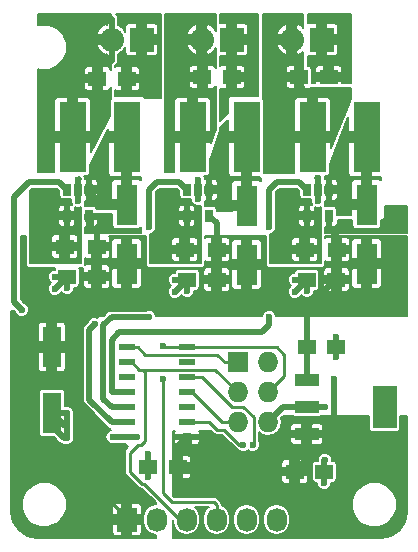
<source format=gtl>
G04 #@! TF.FileFunction,Copper,L1,Top,Signal*
%FSLAX46Y46*%
G04 Gerber Fmt 4.6, Leading zero omitted, Abs format (unit mm)*
G04 Created by KiCad (PCBNEW 4.0.4-1.fc25-product) date Wed Mar 29 11:33:43 2017*
%MOMM*%
%LPD*%
G01*
G04 APERTURE LIST*
%ADD10C,0.100000*%
%ADD11R,1.500000X1.250000*%
%ADD12R,1.600000X3.500000*%
%ADD13R,1.400000X0.580000*%
%ADD14R,2.300000X6.000000*%
%ADD15R,1.727200X1.727200*%
%ADD16O,1.727200X1.727200*%
%ADD17R,1.727200X2.032000*%
%ADD18O,1.727200X2.032000*%
%ADD19R,2.032000X2.032000*%
%ADD20O,2.032000X2.032000*%
%ADD21R,1.500000X1.300000*%
%ADD22R,0.650000X1.060000*%
%ADD23R,1.800860X3.500120*%
%ADD24R,2.032000X3.657600*%
%ADD25R,2.032000X1.016000*%
%ADD26C,0.600000*%
%ADD27C,0.250000*%
%ADD28C,0.750000*%
%ADD29C,0.500000*%
%ADD30C,0.200000*%
G04 APERTURE END LIST*
D10*
D11*
X170688000Y-116205000D03*
X168188000Y-116205000D03*
D12*
X160020000Y-111633000D03*
X160020000Y-106045000D03*
D11*
X184110000Y-106045000D03*
X181610000Y-106045000D03*
X183094000Y-116586000D03*
X180594000Y-116586000D03*
X163870000Y-83312000D03*
X166370000Y-83312000D03*
X163830000Y-100076000D03*
X161330000Y-100076000D03*
D13*
X171450000Y-113665000D03*
X171450000Y-112395000D03*
X171450000Y-111125000D03*
X171450000Y-109855000D03*
X171450000Y-108585000D03*
X171450000Y-107315000D03*
X171450000Y-106045000D03*
X166370000Y-106045000D03*
X166370000Y-107315000D03*
X166370000Y-108585000D03*
X166370000Y-109855000D03*
X166370000Y-111125000D03*
X166370000Y-112395000D03*
X166370000Y-113665000D03*
D14*
X161798000Y-88265000D03*
X166370000Y-88265000D03*
D15*
X175768000Y-107315000D03*
D16*
X178308000Y-107315000D03*
X175768000Y-109855000D03*
X178308000Y-109855000D03*
X175768000Y-112395000D03*
X178308000Y-112395000D03*
D17*
X166370000Y-120650000D03*
D18*
X168910000Y-120650000D03*
X171450000Y-120650000D03*
X173990000Y-120650000D03*
X176530000Y-120650000D03*
X179070000Y-120650000D03*
D19*
X167640000Y-80010000D03*
D20*
X165100000Y-80010000D03*
D21*
X163830000Y-97536000D03*
X161130000Y-97536000D03*
D22*
X163190000Y-92710000D03*
X162240000Y-92710000D03*
X161290000Y-92710000D03*
X161290000Y-94910000D03*
X163190000Y-94910000D03*
D23*
X166370000Y-98978720D03*
X166370000Y-93980000D03*
D11*
X172760000Y-83185000D03*
X175260000Y-83185000D03*
X173990000Y-100330000D03*
X171490000Y-100330000D03*
X180975000Y-83185000D03*
X183475000Y-83185000D03*
X184130000Y-100330000D03*
X181630000Y-100330000D03*
D23*
X176530000Y-99060000D03*
X176530000Y-94061280D03*
X186690000Y-98978720D03*
X186690000Y-93980000D03*
D14*
X171958000Y-88265000D03*
X176530000Y-88265000D03*
X182118000Y-88265000D03*
X186690000Y-88265000D03*
D19*
X175260000Y-80010000D03*
D20*
X172720000Y-80010000D03*
D19*
X182880000Y-80010000D03*
D20*
X180340000Y-80010000D03*
D21*
X173990000Y-97790000D03*
X171290000Y-97790000D03*
X184150000Y-97790000D03*
X181450000Y-97790000D03*
D22*
X173350000Y-92710000D03*
X172400000Y-92710000D03*
X171450000Y-92710000D03*
X171450000Y-94910000D03*
X173350000Y-94910000D03*
X183510000Y-92710000D03*
X182560000Y-92710000D03*
X181610000Y-92710000D03*
X181610000Y-94910000D03*
X183510000Y-94910000D03*
D24*
X188214000Y-111125000D03*
D25*
X181610000Y-111125000D03*
X181610000Y-113411000D03*
X181610000Y-108839000D03*
D26*
X183896000Y-108712000D03*
X167259000Y-113665000D03*
X168148000Y-115062000D03*
X183094000Y-117562000D03*
X183134000Y-115570000D03*
X182560000Y-93665000D03*
X182560000Y-91765002D03*
X172400000Y-91887000D03*
X172400000Y-93533000D03*
X162240000Y-93660000D03*
X162240000Y-91887000D03*
X168188000Y-117054000D03*
X165170000Y-113665000D03*
X161320000Y-113762000D03*
X161320000Y-112746000D03*
X161320000Y-111633000D03*
X183126000Y-111125000D03*
X184110000Y-106894000D03*
X184110000Y-105196000D03*
X181630000Y-101326000D03*
X180594000Y-101346000D03*
X180594000Y-100330000D03*
X171490000Y-101306000D03*
X170434000Y-101346000D03*
X170434000Y-100330000D03*
X160274000Y-100076000D03*
X160274000Y-101092000D03*
X161330000Y-101052000D03*
X166370000Y-82296000D03*
X167386000Y-83312000D03*
X166370000Y-84328000D03*
X161798000Y-96266000D03*
X160528000Y-96266000D03*
X159385000Y-98425000D03*
X159385000Y-97155000D03*
X159385000Y-95885000D03*
X159385000Y-93345000D03*
X159385000Y-94615000D03*
X169418000Y-105918000D03*
X169418000Y-108712000D03*
X178435000Y-95885000D03*
X178435000Y-103505000D03*
X168275000Y-95885000D03*
X168275000Y-103505000D03*
X163654821Y-104120020D03*
X157480000Y-102870000D03*
X175260000Y-82042000D03*
X176510000Y-83185000D03*
X175260000Y-84328000D03*
X171958000Y-96266000D03*
X170688000Y-96266000D03*
X169545000Y-98425000D03*
X169545000Y-97155000D03*
X169545000Y-95885000D03*
X169545000Y-93460000D03*
X169545000Y-94615000D03*
X184785000Y-81153000D03*
X183475000Y-82060000D03*
X184785000Y-82169000D03*
X184785000Y-83185000D03*
X182118000Y-96266000D03*
X180848000Y-96266000D03*
X179705000Y-93460000D03*
X179705000Y-98425000D03*
X179705000Y-97155000D03*
X179705000Y-94615000D03*
X179705000Y-95885000D03*
X176237997Y-114300000D03*
X177038000Y-114300000D03*
D27*
X180594000Y-116586000D02*
X171069000Y-116586000D01*
X171069000Y-116586000D02*
X170688000Y-116205000D01*
D28*
X181610000Y-113411000D02*
X181610000Y-115570000D01*
X181610000Y-115570000D02*
X180594000Y-116586000D01*
D29*
X181610000Y-113411000D02*
X181102000Y-113411000D01*
X181610000Y-113411000D02*
X183126000Y-113411000D01*
X183126000Y-113411000D02*
X183896000Y-112641000D01*
X183896000Y-112641000D02*
X183896000Y-109136264D01*
X183896000Y-109136264D02*
X183896000Y-108712000D01*
X170688000Y-116205000D02*
X170688000Y-114427000D01*
X170688000Y-114427000D02*
X171450000Y-113665000D01*
X166370000Y-113665000D02*
X167259000Y-113665000D01*
X168188000Y-115356000D02*
X168148000Y-115316000D01*
X168148000Y-115316000D02*
X168148000Y-115062000D01*
X168188000Y-116205000D02*
X168188000Y-115356000D01*
X183094000Y-116586000D02*
X183094000Y-117562000D01*
X183094000Y-116586000D02*
X183094000Y-115610000D01*
X183094000Y-115610000D02*
X183134000Y-115570000D01*
X182560000Y-92710000D02*
X182560000Y-93665000D01*
X182560000Y-92710000D02*
X182560000Y-91765002D01*
X182520001Y-91715001D02*
X182520001Y-91725003D01*
X182520001Y-91725003D02*
X182560000Y-91765002D01*
X172400000Y-92710000D02*
X172400000Y-91887000D01*
X172400000Y-92710000D02*
X172400000Y-93533000D01*
X162240000Y-92710000D02*
X162240000Y-93660000D01*
X162306000Y-91821000D02*
X162240000Y-91887000D01*
X162240000Y-92710000D02*
X162240000Y-91887000D01*
X168188000Y-116205000D02*
X168188000Y-117054000D01*
X168188000Y-116205000D02*
X168021000Y-116205000D01*
X166370000Y-113665000D02*
X165170000Y-113665000D01*
X161066000Y-113762000D02*
X160020000Y-112716000D01*
X160020000Y-112716000D02*
X160020000Y-111633000D01*
X161320000Y-113762000D02*
X161066000Y-113762000D01*
X161320000Y-112746000D02*
X161133000Y-112746000D01*
X161133000Y-112746000D02*
X160020000Y-111633000D01*
X161320000Y-112746000D02*
X161320000Y-113762000D01*
X161320000Y-111633000D02*
X161320000Y-112746000D01*
X160020000Y-111633000D02*
X161320000Y-111633000D01*
X178308000Y-112395000D02*
X179578000Y-111125000D01*
X179578000Y-111125000D02*
X181610000Y-111125000D01*
X183134000Y-111117000D02*
X183126000Y-111125000D01*
X181610000Y-111125000D02*
X183126000Y-111125000D01*
X184110000Y-106045000D02*
X184110000Y-106894000D01*
X184110000Y-106045000D02*
X184110000Y-105196000D01*
X181630000Y-100330000D02*
X181630000Y-101326000D01*
X181610000Y-100330000D02*
X180594000Y-101346000D01*
X181630000Y-100330000D02*
X181610000Y-100330000D01*
X181630000Y-100330000D02*
X180594000Y-100330000D01*
X171490000Y-100330000D02*
X171490000Y-101306000D01*
X171450000Y-100330000D02*
X170434000Y-101346000D01*
X171490000Y-100330000D02*
X171450000Y-100330000D01*
X171490000Y-100330000D02*
X170434000Y-100330000D01*
X161330000Y-100076000D02*
X160274000Y-100076000D01*
X161290000Y-100076000D02*
X160274000Y-101092000D01*
X161330000Y-100076000D02*
X161290000Y-100076000D01*
X161330000Y-100076000D02*
X161330000Y-101052000D01*
D27*
X157734000Y-112482002D02*
X158105001Y-112111001D01*
X158105001Y-112111001D02*
X158105001Y-109959999D01*
X158105001Y-109959999D02*
X160020000Y-108045000D01*
X160020000Y-108045000D02*
X160020000Y-106045000D01*
X161188400Y-115316000D02*
X160567998Y-115316000D01*
X160567998Y-115316000D02*
X157734000Y-112482002D01*
X166370000Y-120650000D02*
X166370000Y-120497600D01*
X166370000Y-120497600D02*
X161188400Y-115316000D01*
D29*
X184130000Y-100330000D02*
X184005000Y-100330000D01*
X184005000Y-100330000D02*
X181610000Y-102725000D01*
X181610000Y-102725000D02*
X181610000Y-106045000D01*
X181610000Y-108839000D02*
X181610000Y-106045000D01*
X184150000Y-97790000D02*
X184150000Y-96640000D01*
X184150000Y-96640000D02*
X183510000Y-96000000D01*
X183510000Y-96000000D02*
X183510000Y-94910000D01*
X173990000Y-97790000D02*
X173990000Y-95550000D01*
X173990000Y-95550000D02*
X173350000Y-94910000D01*
X163329000Y-95885000D02*
X163329000Y-95049000D01*
X163329000Y-95049000D02*
X163190000Y-94910000D01*
X163830000Y-97536000D02*
X163830000Y-96386000D01*
X163830000Y-96386000D02*
X163329000Y-95885000D01*
X163830000Y-100076000D02*
X163830000Y-97536000D01*
X163830000Y-101600000D02*
X163830000Y-100076000D01*
X162181000Y-101600000D02*
X163830000Y-101600000D01*
X160655000Y-103160000D02*
X160655000Y-103126000D01*
X160655000Y-103126000D02*
X162181000Y-101600000D01*
X160020000Y-106045000D02*
X160020000Y-103795000D01*
X160020000Y-103795000D02*
X160655000Y-103160000D01*
X163870000Y-81788000D02*
X163870000Y-83312000D01*
X165100000Y-81788000D02*
X163870000Y-81788000D01*
X165100000Y-80010000D02*
X165100000Y-81788000D01*
X164084000Y-78232000D02*
X163576000Y-78232000D01*
X165100000Y-78232000D02*
X164084000Y-78232000D01*
X165100000Y-80010000D02*
X165100000Y-78232000D01*
X166370000Y-83312000D02*
X166370000Y-82296000D01*
X166370000Y-83312000D02*
X167386000Y-83312000D01*
X166370000Y-83312000D02*
X166370000Y-84328000D01*
X160147000Y-95885000D02*
X160528000Y-96266000D01*
X159385000Y-95885000D02*
X160147000Y-95885000D01*
X159385000Y-97155000D02*
X159385000Y-98425000D01*
X159385000Y-95885000D02*
X159385000Y-97155000D01*
X159385000Y-94615000D02*
X159385000Y-95885000D01*
X159680000Y-94910000D02*
X159385000Y-94615000D01*
X161290000Y-94910000D02*
X159680000Y-94910000D01*
D27*
X171450000Y-109855000D02*
X171860000Y-109855000D01*
X171860000Y-109855000D02*
X174400000Y-112395000D01*
X174546686Y-112395000D02*
X175768000Y-112395000D01*
X174400000Y-112395000D02*
X174546686Y-112395000D01*
X171450000Y-106045000D02*
X169545000Y-106045000D01*
X169545000Y-106045000D02*
X169418000Y-105918000D01*
X169418000Y-118364000D02*
X169418000Y-108712000D01*
X170180000Y-119126000D02*
X169418000Y-118364000D01*
X173732000Y-119126000D02*
X170180000Y-119126000D01*
X173990000Y-120650000D02*
X173990000Y-119384000D01*
X173990000Y-119384000D02*
X173732000Y-119126000D01*
X173990000Y-120650000D02*
X173990000Y-120497600D01*
X179705000Y-106680000D02*
X179070000Y-106045000D01*
X179070000Y-106045000D02*
X171450000Y-106045000D01*
X179705000Y-108458000D02*
X179705000Y-106680000D01*
X178308000Y-109855000D02*
X179705000Y-108458000D01*
X167955000Y-106680000D02*
X174019400Y-106680000D01*
X174019400Y-106680000D02*
X174654400Y-107315000D01*
X174654400Y-107315000D02*
X175768000Y-107315000D01*
X166370000Y-106045000D02*
X167320000Y-106045000D01*
X167320000Y-106045000D02*
X167955000Y-106680000D01*
D29*
X166370000Y-106045000D02*
X166780000Y-106045000D01*
D27*
X166624000Y-114986002D02*
X167310002Y-114300000D01*
X167310002Y-114300000D02*
X167549002Y-114300000D01*
X167884001Y-113965001D02*
X167884001Y-108194001D01*
X167549002Y-114300000D02*
X167884001Y-113965001D01*
X167884001Y-108194001D02*
X167640000Y-107950000D01*
X166624000Y-116601002D02*
X166624000Y-114986002D01*
X167810998Y-117602000D02*
X167624998Y-117602000D01*
X167624998Y-117602000D02*
X166624000Y-116601002D01*
X171450000Y-120650000D02*
X170858998Y-120650000D01*
X170858998Y-120650000D02*
X167810998Y-117602000D01*
X167415000Y-107950000D02*
X167640000Y-107950000D01*
X167640000Y-107950000D02*
X173863000Y-107950000D01*
X171450000Y-120650000D02*
X171450000Y-120497600D01*
X173863000Y-107950000D02*
X175768000Y-109855000D01*
X166370000Y-107315000D02*
X166780000Y-107315000D01*
X166780000Y-107315000D02*
X167415000Y-107950000D01*
D29*
X166370000Y-109855000D02*
X165100000Y-109855000D01*
X165100000Y-109855000D02*
X165100000Y-105410000D01*
X165100000Y-105410000D02*
X165735000Y-104775000D01*
X165735000Y-104775000D02*
X177800000Y-104775000D01*
X177800000Y-104775000D02*
X178435000Y-104140000D01*
X178435000Y-104140000D02*
X178435000Y-103505000D01*
X178435000Y-92710000D02*
X178435000Y-93345000D01*
X179070000Y-92075000D02*
X178435000Y-92710000D01*
X180975000Y-92075000D02*
X179070000Y-92075000D01*
X181610000Y-92710000D02*
X180975000Y-92075000D01*
X178435000Y-93345000D02*
X178435000Y-95885000D01*
X166370000Y-111125000D02*
X165100000Y-111125000D01*
X164399990Y-110424990D02*
X164399990Y-104205010D01*
X165100000Y-111125000D02*
X164399990Y-110424990D01*
X164399990Y-104205010D02*
X165100000Y-103505000D01*
X165100000Y-103505000D02*
X168275000Y-103505000D01*
X170815000Y-92075000D02*
X171450000Y-92710000D01*
X168910000Y-92075000D02*
X170815000Y-92075000D01*
X168275000Y-92710000D02*
X168910000Y-92075000D01*
X168275000Y-95885000D02*
X168275000Y-92710000D01*
D27*
X171450000Y-92710000D02*
X171450000Y-92915000D01*
D29*
X163654821Y-104120020D02*
X163195000Y-104579841D01*
X163195000Y-104579841D02*
X163195000Y-110490000D01*
X156845000Y-102235000D02*
X157480000Y-102870000D01*
X156845000Y-93345000D02*
X156845000Y-102235000D01*
X161290000Y-92710000D02*
X160655000Y-92075000D01*
X158115000Y-92075000D02*
X156845000Y-93345000D01*
X160655000Y-92075000D02*
X158115000Y-92075000D01*
X163195000Y-110490000D02*
X165100000Y-112395000D01*
X165100000Y-112395000D02*
X166370000Y-112395000D01*
D27*
X161290000Y-92710000D02*
X161290000Y-92915000D01*
D29*
X175260000Y-83185000D02*
X175260000Y-82042000D01*
X176530000Y-83205000D02*
X176510000Y-83185000D01*
X175260000Y-83185000D02*
X176510000Y-83185000D01*
X175260000Y-83185000D02*
X175260000Y-84328000D01*
X170688000Y-96266000D02*
X171958000Y-96266000D01*
X169545000Y-94615000D02*
X169545000Y-95885000D01*
X169545000Y-94615000D02*
X169545000Y-93460000D01*
X169545000Y-93410010D02*
X169545000Y-93460000D01*
X169840000Y-94910000D02*
X169545000Y-94615000D01*
X171450000Y-94910000D02*
X169840000Y-94910000D01*
X164255000Y-93980000D02*
X166370000Y-93980000D01*
X163190000Y-92710000D02*
X163190000Y-92915000D01*
X163190000Y-92915000D02*
X164255000Y-93980000D01*
X184785000Y-82169000D02*
X184785000Y-81153000D01*
X183493000Y-82042000D02*
X183475000Y-82060000D01*
X183475000Y-83185000D02*
X183475000Y-82060000D01*
X184785000Y-83185000D02*
X184785000Y-82169000D01*
X183475000Y-83185000D02*
X184785000Y-83185000D01*
X180467000Y-95885000D02*
X180848000Y-96266000D01*
X179705000Y-95885000D02*
X180467000Y-95885000D01*
X181450000Y-97790000D02*
X180340000Y-97790000D01*
X180340000Y-97790000D02*
X179705000Y-98425000D01*
X180680000Y-94910000D02*
X179705000Y-95885000D01*
X181610000Y-94910000D02*
X180680000Y-94910000D01*
X184912000Y-93287000D02*
X184912000Y-93602430D01*
X184912000Y-93602430D02*
X185289570Y-93980000D01*
X185289570Y-93980000D02*
X186690000Y-93980000D01*
X183510000Y-92710000D02*
X184335000Y-92710000D01*
X184335000Y-92710000D02*
X184912000Y-93287000D01*
D27*
X175893590Y-114300000D02*
X176237997Y-114300000D01*
X174623590Y-113030000D02*
X175893590Y-114300000D01*
X173990000Y-113030000D02*
X174623590Y-113030000D01*
X173990000Y-113030000D02*
X173355000Y-112395000D01*
X173355000Y-112395000D02*
X171450000Y-112395000D01*
X177119399Y-111987269D02*
X177119399Y-114218601D01*
X177119399Y-114218601D02*
X177038000Y-114300000D01*
X175278870Y-111125000D02*
X176257130Y-111125000D01*
X176257130Y-111125000D02*
X177119399Y-111987269D01*
X171450000Y-108585000D02*
X172738870Y-108585000D01*
X172738870Y-108585000D02*
X175278870Y-111125000D01*
X171450000Y-108585000D02*
X171860000Y-108585000D01*
X179070000Y-120497600D02*
X179070000Y-120650000D01*
D30*
G36*
X165163693Y-95730060D02*
X165184612Y-95841233D01*
X165250315Y-95943339D01*
X165350567Y-96011838D01*
X165469570Y-96035937D01*
X167270430Y-96035937D01*
X167381603Y-96015018D01*
X167483709Y-95949315D01*
X167540000Y-95866930D01*
X167540000Y-96420000D01*
X162860000Y-96420000D01*
X162860000Y-95840000D01*
X162927500Y-95840000D01*
X163027500Y-95740000D01*
X163027500Y-95175000D01*
X163352500Y-95175000D01*
X163352500Y-95740000D01*
X163452500Y-95840000D01*
X163594565Y-95840000D01*
X163741582Y-95779104D01*
X163854104Y-95666582D01*
X163915000Y-95519565D01*
X163915000Y-95275000D01*
X163815000Y-95175000D01*
X163352500Y-95175000D01*
X163027500Y-95175000D01*
X162865000Y-95175000D01*
X162865000Y-94788000D01*
X165163693Y-94788000D01*
X165163693Y-95730060D01*
X165163693Y-95730060D01*
G37*
X165163693Y-95730060D02*
X165184612Y-95841233D01*
X165250315Y-95943339D01*
X165350567Y-96011838D01*
X165469570Y-96035937D01*
X167270430Y-96035937D01*
X167381603Y-96015018D01*
X167483709Y-95949315D01*
X167540000Y-95866930D01*
X167540000Y-96420000D01*
X162860000Y-96420000D01*
X162860000Y-95840000D01*
X162927500Y-95840000D01*
X163027500Y-95740000D01*
X163027500Y-95175000D01*
X163352500Y-95175000D01*
X163352500Y-95740000D01*
X163452500Y-95840000D01*
X163594565Y-95840000D01*
X163741582Y-95779104D01*
X163854104Y-95666582D01*
X163915000Y-95519565D01*
X163915000Y-95275000D01*
X163815000Y-95175000D01*
X163352500Y-95175000D01*
X163027500Y-95175000D01*
X162865000Y-95175000D01*
X162865000Y-94788000D01*
X165163693Y-94788000D01*
X165163693Y-95730060D01*
G36*
X164820000Y-87765000D02*
X164920000Y-87865000D01*
X165970000Y-87865000D01*
X165970000Y-87845000D01*
X166770000Y-87845000D01*
X166770000Y-87865000D01*
X166790000Y-87865000D01*
X166790000Y-88665000D01*
X166770000Y-88665000D01*
X166770000Y-91565000D01*
X166870000Y-91665000D01*
X167540000Y-91665000D01*
X167540000Y-91933824D01*
X167497012Y-91890836D01*
X167349995Y-91829940D01*
X166870000Y-91829940D01*
X166770000Y-91929940D01*
X166770000Y-93580000D01*
X166790000Y-93580000D01*
X166790000Y-94380000D01*
X166770000Y-94380000D01*
X166770000Y-94388000D01*
X165970000Y-94388000D01*
X165970000Y-94380000D01*
X165169570Y-94380000D01*
X165161570Y-94388000D01*
X163820877Y-94388000D01*
X163820877Y-94380000D01*
X163799958Y-94268827D01*
X163734255Y-94166721D01*
X163634003Y-94098222D01*
X163515000Y-94074123D01*
X162865000Y-94074123D01*
X162860000Y-94075064D01*
X162860000Y-93640000D01*
X162927500Y-93640000D01*
X163027500Y-93540000D01*
X163027500Y-92975000D01*
X163352500Y-92975000D01*
X163352500Y-93540000D01*
X163452500Y-93640000D01*
X163594565Y-93640000D01*
X163741582Y-93579104D01*
X163854104Y-93466582D01*
X163915000Y-93319565D01*
X163915000Y-93075000D01*
X163815000Y-92975000D01*
X163352500Y-92975000D01*
X163027500Y-92975000D01*
X162870877Y-92975000D01*
X162870877Y-92445000D01*
X163027500Y-92445000D01*
X163027500Y-91880000D01*
X163352500Y-91880000D01*
X163352500Y-92445000D01*
X163815000Y-92445000D01*
X163915000Y-92345000D01*
X163915000Y-92150375D01*
X165069570Y-92150375D01*
X165069570Y-93480000D01*
X165169570Y-93580000D01*
X165970000Y-93580000D01*
X165970000Y-91929940D01*
X165870000Y-91829940D01*
X165390005Y-91829940D01*
X165242988Y-91890836D01*
X165130466Y-92003358D01*
X165069570Y-92150375D01*
X163915000Y-92150375D01*
X163915000Y-92100435D01*
X163854104Y-91953418D01*
X163741582Y-91840896D01*
X163594565Y-91780000D01*
X163452500Y-91780000D01*
X163352500Y-91880000D01*
X163027500Y-91880000D01*
X162927500Y-91780000D01*
X162847845Y-91780000D01*
X162814134Y-91610524D01*
X162787643Y-91570877D01*
X162948000Y-91570877D01*
X163059173Y-91549958D01*
X163161279Y-91484255D01*
X163229778Y-91384003D01*
X163253877Y-91265000D01*
X163253877Y-90617378D01*
X164203814Y-88765000D01*
X164820000Y-88765000D01*
X164820000Y-91344565D01*
X164880896Y-91491582D01*
X164993418Y-91604104D01*
X165140435Y-91665000D01*
X165870000Y-91665000D01*
X165970000Y-91565000D01*
X165970000Y-88665000D01*
X164920000Y-88665000D01*
X164820000Y-88765000D01*
X164203814Y-88765000D01*
X164820000Y-87563438D01*
X164820000Y-87765000D01*
X164820000Y-87765000D01*
G37*
X164820000Y-87765000D02*
X164920000Y-87865000D01*
X165970000Y-87865000D01*
X165970000Y-87845000D01*
X166770000Y-87845000D01*
X166770000Y-87865000D01*
X166790000Y-87865000D01*
X166790000Y-88665000D01*
X166770000Y-88665000D01*
X166770000Y-91565000D01*
X166870000Y-91665000D01*
X167540000Y-91665000D01*
X167540000Y-91933824D01*
X167497012Y-91890836D01*
X167349995Y-91829940D01*
X166870000Y-91829940D01*
X166770000Y-91929940D01*
X166770000Y-93580000D01*
X166790000Y-93580000D01*
X166790000Y-94380000D01*
X166770000Y-94380000D01*
X166770000Y-94388000D01*
X165970000Y-94388000D01*
X165970000Y-94380000D01*
X165169570Y-94380000D01*
X165161570Y-94388000D01*
X163820877Y-94388000D01*
X163820877Y-94380000D01*
X163799958Y-94268827D01*
X163734255Y-94166721D01*
X163634003Y-94098222D01*
X163515000Y-94074123D01*
X162865000Y-94074123D01*
X162860000Y-94075064D01*
X162860000Y-93640000D01*
X162927500Y-93640000D01*
X163027500Y-93540000D01*
X163027500Y-92975000D01*
X163352500Y-92975000D01*
X163352500Y-93540000D01*
X163452500Y-93640000D01*
X163594565Y-93640000D01*
X163741582Y-93579104D01*
X163854104Y-93466582D01*
X163915000Y-93319565D01*
X163915000Y-93075000D01*
X163815000Y-92975000D01*
X163352500Y-92975000D01*
X163027500Y-92975000D01*
X162870877Y-92975000D01*
X162870877Y-92445000D01*
X163027500Y-92445000D01*
X163027500Y-91880000D01*
X163352500Y-91880000D01*
X163352500Y-92445000D01*
X163815000Y-92445000D01*
X163915000Y-92345000D01*
X163915000Y-92150375D01*
X165069570Y-92150375D01*
X165069570Y-93480000D01*
X165169570Y-93580000D01*
X165970000Y-93580000D01*
X165970000Y-91929940D01*
X165870000Y-91829940D01*
X165390005Y-91829940D01*
X165242988Y-91890836D01*
X165130466Y-92003358D01*
X165069570Y-92150375D01*
X163915000Y-92150375D01*
X163915000Y-92100435D01*
X163854104Y-91953418D01*
X163741582Y-91840896D01*
X163594565Y-91780000D01*
X163452500Y-91780000D01*
X163352500Y-91880000D01*
X163027500Y-91880000D01*
X162927500Y-91780000D01*
X162847845Y-91780000D01*
X162814134Y-91610524D01*
X162787643Y-91570877D01*
X162948000Y-91570877D01*
X163059173Y-91549958D01*
X163161279Y-91484255D01*
X163229778Y-91384003D01*
X163253877Y-91265000D01*
X163253877Y-90617378D01*
X164203814Y-88765000D01*
X164820000Y-88765000D01*
X164820000Y-91344565D01*
X164880896Y-91491582D01*
X164993418Y-91604104D01*
X165140435Y-91665000D01*
X165870000Y-91665000D01*
X165970000Y-91565000D01*
X165970000Y-88665000D01*
X164920000Y-88665000D01*
X164820000Y-88765000D01*
X164203814Y-88765000D01*
X164820000Y-87563438D01*
X164820000Y-87765000D01*
G36*
X165000000Y-78594000D02*
X164699998Y-78594000D01*
X164699998Y-78756263D01*
X164492435Y-78730969D01*
X164150805Y-78959202D01*
X163820935Y-79402430D01*
X163841638Y-79610000D01*
X164700000Y-79610000D01*
X164700000Y-79590000D01*
X165000000Y-79590000D01*
X165000000Y-80430000D01*
X164700000Y-80430000D01*
X164700000Y-80410000D01*
X163841638Y-80410000D01*
X163820935Y-80617570D01*
X164150805Y-81060798D01*
X164492435Y-81289031D01*
X164699998Y-81263737D01*
X164699998Y-81426000D01*
X165000000Y-81426000D01*
X165000000Y-82559150D01*
X164959104Y-82460418D01*
X164846582Y-82347896D01*
X164699565Y-82287000D01*
X164345000Y-82287000D01*
X164245000Y-82387000D01*
X164245000Y-82999500D01*
X164290000Y-82999500D01*
X164290000Y-83624500D01*
X164245000Y-83624500D01*
X164245000Y-84237000D01*
X164345000Y-84337000D01*
X164699565Y-84337000D01*
X164846582Y-84276104D01*
X164959104Y-84163582D01*
X165000000Y-84064850D01*
X165000000Y-85055582D01*
X164938222Y-85145997D01*
X164914123Y-85265000D01*
X164914123Y-86503313D01*
X163348000Y-89557253D01*
X163348000Y-88765000D01*
X163248000Y-88665000D01*
X162198000Y-88665000D01*
X162198000Y-88685000D01*
X161398000Y-88685000D01*
X161398000Y-88665000D01*
X160348000Y-88665000D01*
X160248000Y-88765000D01*
X160248000Y-91213000D01*
X158850000Y-91213000D01*
X158850000Y-85185435D01*
X160248000Y-85185435D01*
X160248000Y-87765000D01*
X160348000Y-87865000D01*
X161398000Y-87865000D01*
X161398000Y-84965000D01*
X162198000Y-84965000D01*
X162198000Y-87865000D01*
X163248000Y-87865000D01*
X163348000Y-87765000D01*
X163348000Y-85185435D01*
X163287104Y-85038418D01*
X163174582Y-84925896D01*
X163027565Y-84865000D01*
X162298000Y-84865000D01*
X162198000Y-84965000D01*
X161398000Y-84965000D01*
X161298000Y-84865000D01*
X160568435Y-84865000D01*
X160421418Y-84925896D01*
X160308896Y-85038418D01*
X160248000Y-85185435D01*
X158850000Y-85185435D01*
X158850000Y-83724500D01*
X162720000Y-83724500D01*
X162720000Y-84016565D01*
X162780896Y-84163582D01*
X162893418Y-84276104D01*
X163040435Y-84337000D01*
X163395000Y-84337000D01*
X163495000Y-84237000D01*
X163495000Y-83624500D01*
X162820000Y-83624500D01*
X162720000Y-83724500D01*
X158850000Y-83724500D01*
X158850000Y-82607435D01*
X162720000Y-82607435D01*
X162720000Y-82899500D01*
X162820000Y-82999500D01*
X163495000Y-82999500D01*
X163495000Y-82387000D01*
X163395000Y-82287000D01*
X163040435Y-82287000D01*
X162893418Y-82347896D01*
X162780896Y-82460418D01*
X162720000Y-82607435D01*
X158850000Y-82607435D01*
X158850000Y-82480138D01*
X159005409Y-82544669D01*
X159761275Y-82545329D01*
X160459857Y-82256681D01*
X160994802Y-81722669D01*
X161284669Y-81024591D01*
X161285329Y-80268725D01*
X160996681Y-79570143D01*
X160462669Y-79035198D01*
X159764591Y-78745331D01*
X159008725Y-78744671D01*
X158850000Y-78810255D01*
X158850000Y-77845000D01*
X165000000Y-77845000D01*
X165000000Y-78594000D01*
X165000000Y-78594000D01*
G37*
X165000000Y-78594000D02*
X164699998Y-78594000D01*
X164699998Y-78756263D01*
X164492435Y-78730969D01*
X164150805Y-78959202D01*
X163820935Y-79402430D01*
X163841638Y-79610000D01*
X164700000Y-79610000D01*
X164700000Y-79590000D01*
X165000000Y-79590000D01*
X165000000Y-80430000D01*
X164700000Y-80430000D01*
X164700000Y-80410000D01*
X163841638Y-80410000D01*
X163820935Y-80617570D01*
X164150805Y-81060798D01*
X164492435Y-81289031D01*
X164699998Y-81263737D01*
X164699998Y-81426000D01*
X165000000Y-81426000D01*
X165000000Y-82559150D01*
X164959104Y-82460418D01*
X164846582Y-82347896D01*
X164699565Y-82287000D01*
X164345000Y-82287000D01*
X164245000Y-82387000D01*
X164245000Y-82999500D01*
X164290000Y-82999500D01*
X164290000Y-83624500D01*
X164245000Y-83624500D01*
X164245000Y-84237000D01*
X164345000Y-84337000D01*
X164699565Y-84337000D01*
X164846582Y-84276104D01*
X164959104Y-84163582D01*
X165000000Y-84064850D01*
X165000000Y-85055582D01*
X164938222Y-85145997D01*
X164914123Y-85265000D01*
X164914123Y-86503313D01*
X163348000Y-89557253D01*
X163348000Y-88765000D01*
X163248000Y-88665000D01*
X162198000Y-88665000D01*
X162198000Y-88685000D01*
X161398000Y-88685000D01*
X161398000Y-88665000D01*
X160348000Y-88665000D01*
X160248000Y-88765000D01*
X160248000Y-91213000D01*
X158850000Y-91213000D01*
X158850000Y-85185435D01*
X160248000Y-85185435D01*
X160248000Y-87765000D01*
X160348000Y-87865000D01*
X161398000Y-87865000D01*
X161398000Y-84965000D01*
X162198000Y-84965000D01*
X162198000Y-87865000D01*
X163248000Y-87865000D01*
X163348000Y-87765000D01*
X163348000Y-85185435D01*
X163287104Y-85038418D01*
X163174582Y-84925896D01*
X163027565Y-84865000D01*
X162298000Y-84865000D01*
X162198000Y-84965000D01*
X161398000Y-84965000D01*
X161298000Y-84865000D01*
X160568435Y-84865000D01*
X160421418Y-84925896D01*
X160308896Y-85038418D01*
X160248000Y-85185435D01*
X158850000Y-85185435D01*
X158850000Y-83724500D01*
X162720000Y-83724500D01*
X162720000Y-84016565D01*
X162780896Y-84163582D01*
X162893418Y-84276104D01*
X163040435Y-84337000D01*
X163395000Y-84337000D01*
X163495000Y-84237000D01*
X163495000Y-83624500D01*
X162820000Y-83624500D01*
X162720000Y-83724500D01*
X158850000Y-83724500D01*
X158850000Y-82607435D01*
X162720000Y-82607435D01*
X162720000Y-82899500D01*
X162820000Y-82999500D01*
X163495000Y-82999500D01*
X163495000Y-82387000D01*
X163395000Y-82287000D01*
X163040435Y-82287000D01*
X162893418Y-82347896D01*
X162780896Y-82460418D01*
X162720000Y-82607435D01*
X158850000Y-82607435D01*
X158850000Y-82480138D01*
X159005409Y-82544669D01*
X159761275Y-82545329D01*
X160459857Y-82256681D01*
X160994802Y-81722669D01*
X161284669Y-81024591D01*
X161285329Y-80268725D01*
X160996681Y-79570143D01*
X160462669Y-79035198D01*
X159764591Y-78745331D01*
X159008725Y-78744671D01*
X158850000Y-78810255D01*
X158850000Y-77845000D01*
X165000000Y-77845000D01*
X165000000Y-78594000D01*
G36*
X169245000Y-84990000D02*
X167921183Y-84990000D01*
X167919483Y-84980963D01*
X167855042Y-84880819D01*
X167756717Y-84813636D01*
X167640000Y-84790000D01*
X165400000Y-84790000D01*
X165400000Y-84278830D01*
X165540435Y-84337000D01*
X165895000Y-84337000D01*
X165995000Y-84237000D01*
X165995000Y-83624500D01*
X166745000Y-83624500D01*
X166745000Y-84237000D01*
X166845000Y-84337000D01*
X167199565Y-84337000D01*
X167346582Y-84276104D01*
X167459104Y-84163582D01*
X167520000Y-84016565D01*
X167520000Y-83724500D01*
X167420000Y-83624500D01*
X166745000Y-83624500D01*
X165995000Y-83624500D01*
X165950000Y-83624500D01*
X165950000Y-82999500D01*
X165995000Y-82999500D01*
X165995000Y-82387000D01*
X166745000Y-82387000D01*
X166745000Y-82999500D01*
X167420000Y-82999500D01*
X167520000Y-82899500D01*
X167520000Y-82607435D01*
X167459104Y-82460418D01*
X167346582Y-82347896D01*
X167199565Y-82287000D01*
X166845000Y-82287000D01*
X166745000Y-82387000D01*
X165995000Y-82387000D01*
X165895000Y-82287000D01*
X165540435Y-82287000D01*
X165400000Y-82345170D01*
X165400000Y-82236316D01*
X165488909Y-82176909D01*
X165608134Y-81998476D01*
X165650000Y-81788000D01*
X165650000Y-81220611D01*
X166030553Y-80966335D01*
X166224000Y-80676820D01*
X166224000Y-81105565D01*
X166284896Y-81252582D01*
X166397418Y-81365104D01*
X166544435Y-81426000D01*
X167140000Y-81426000D01*
X167240000Y-81326000D01*
X167240000Y-80410000D01*
X168040000Y-80410000D01*
X168040000Y-81326000D01*
X168140000Y-81426000D01*
X168735565Y-81426000D01*
X168882582Y-81365104D01*
X168995104Y-81252582D01*
X169056000Y-81105565D01*
X169056000Y-80510000D01*
X168956000Y-80410000D01*
X168040000Y-80410000D01*
X167240000Y-80410000D01*
X167220000Y-80410000D01*
X167220000Y-79610000D01*
X167240000Y-79610000D01*
X167240000Y-78694000D01*
X168040000Y-78694000D01*
X168040000Y-79610000D01*
X168956000Y-79610000D01*
X169056000Y-79510000D01*
X169056000Y-78914435D01*
X168995104Y-78767418D01*
X168882582Y-78654896D01*
X168735565Y-78594000D01*
X168140000Y-78594000D01*
X168040000Y-78694000D01*
X167240000Y-78694000D01*
X167140000Y-78594000D01*
X166544435Y-78594000D01*
X166397418Y-78654896D01*
X166284896Y-78767418D01*
X166224000Y-78914435D01*
X166224000Y-79343180D01*
X166030553Y-79053665D01*
X165650000Y-78799389D01*
X165650000Y-78232000D01*
X165608134Y-78021524D01*
X165490185Y-77845000D01*
X169245000Y-77845000D01*
X169245000Y-84990000D01*
X169245000Y-84990000D01*
G37*
X169245000Y-84990000D02*
X167921183Y-84990000D01*
X167919483Y-84980963D01*
X167855042Y-84880819D01*
X167756717Y-84813636D01*
X167640000Y-84790000D01*
X165400000Y-84790000D01*
X165400000Y-84278830D01*
X165540435Y-84337000D01*
X165895000Y-84337000D01*
X165995000Y-84237000D01*
X165995000Y-83624500D01*
X166745000Y-83624500D01*
X166745000Y-84237000D01*
X166845000Y-84337000D01*
X167199565Y-84337000D01*
X167346582Y-84276104D01*
X167459104Y-84163582D01*
X167520000Y-84016565D01*
X167520000Y-83724500D01*
X167420000Y-83624500D01*
X166745000Y-83624500D01*
X165995000Y-83624500D01*
X165950000Y-83624500D01*
X165950000Y-82999500D01*
X165995000Y-82999500D01*
X165995000Y-82387000D01*
X166745000Y-82387000D01*
X166745000Y-82999500D01*
X167420000Y-82999500D01*
X167520000Y-82899500D01*
X167520000Y-82607435D01*
X167459104Y-82460418D01*
X167346582Y-82347896D01*
X167199565Y-82287000D01*
X166845000Y-82287000D01*
X166745000Y-82387000D01*
X165995000Y-82387000D01*
X165895000Y-82287000D01*
X165540435Y-82287000D01*
X165400000Y-82345170D01*
X165400000Y-82236316D01*
X165488909Y-82176909D01*
X165608134Y-81998476D01*
X165650000Y-81788000D01*
X165650000Y-81220611D01*
X166030553Y-80966335D01*
X166224000Y-80676820D01*
X166224000Y-81105565D01*
X166284896Y-81252582D01*
X166397418Y-81365104D01*
X166544435Y-81426000D01*
X167140000Y-81426000D01*
X167240000Y-81326000D01*
X167240000Y-80410000D01*
X168040000Y-80410000D01*
X168040000Y-81326000D01*
X168140000Y-81426000D01*
X168735565Y-81426000D01*
X168882582Y-81365104D01*
X168995104Y-81252582D01*
X169056000Y-81105565D01*
X169056000Y-80510000D01*
X168956000Y-80410000D01*
X168040000Y-80410000D01*
X167240000Y-80410000D01*
X167220000Y-80410000D01*
X167220000Y-79610000D01*
X167240000Y-79610000D01*
X167240000Y-78694000D01*
X168040000Y-78694000D01*
X168040000Y-79610000D01*
X168956000Y-79610000D01*
X169056000Y-79510000D01*
X169056000Y-78914435D01*
X168995104Y-78767418D01*
X168882582Y-78654896D01*
X168735565Y-78594000D01*
X168140000Y-78594000D01*
X168040000Y-78694000D01*
X167240000Y-78694000D01*
X167140000Y-78594000D01*
X166544435Y-78594000D01*
X166397418Y-78654896D01*
X166284896Y-78767418D01*
X166224000Y-78914435D01*
X166224000Y-79343180D01*
X166030553Y-79053665D01*
X165650000Y-78799389D01*
X165650000Y-78232000D01*
X165608134Y-78021524D01*
X165490185Y-77845000D01*
X169245000Y-77845000D01*
X169245000Y-84990000D01*
G36*
X177500000Y-84790000D02*
X175260000Y-84790000D01*
X175150963Y-84810517D01*
X175050819Y-84874958D01*
X174983636Y-84973283D01*
X174960000Y-85090000D01*
X174960000Y-86235736D01*
X174290000Y-86905736D01*
X174290000Y-84151830D01*
X174430435Y-84210000D01*
X174785000Y-84210000D01*
X174885000Y-84110000D01*
X174885000Y-83497500D01*
X175635000Y-83497500D01*
X175635000Y-84110000D01*
X175735000Y-84210000D01*
X176089565Y-84210000D01*
X176236582Y-84149104D01*
X176349104Y-84036582D01*
X176410000Y-83889565D01*
X176410000Y-83597500D01*
X176310000Y-83497500D01*
X175635000Y-83497500D01*
X174885000Y-83497500D01*
X174840000Y-83497500D01*
X174840000Y-82872500D01*
X174885000Y-82872500D01*
X174885000Y-82260000D01*
X175635000Y-82260000D01*
X175635000Y-82872500D01*
X176310000Y-82872500D01*
X176410000Y-82772500D01*
X176410000Y-82480435D01*
X176349104Y-82333418D01*
X176236582Y-82220896D01*
X176089565Y-82160000D01*
X175735000Y-82160000D01*
X175635000Y-82260000D01*
X174885000Y-82260000D01*
X174785000Y-82160000D01*
X174430435Y-82160000D01*
X174290000Y-82218170D01*
X174290000Y-81426000D01*
X174760000Y-81426000D01*
X174860000Y-81326000D01*
X174860000Y-80410000D01*
X175660000Y-80410000D01*
X175660000Y-81326000D01*
X175760000Y-81426000D01*
X176355565Y-81426000D01*
X176502582Y-81365104D01*
X176615104Y-81252582D01*
X176676000Y-81105565D01*
X176676000Y-80510000D01*
X176576000Y-80410000D01*
X175660000Y-80410000D01*
X174860000Y-80410000D01*
X174840000Y-80410000D01*
X174840000Y-79610000D01*
X174860000Y-79610000D01*
X174860000Y-78694000D01*
X175660000Y-78694000D01*
X175660000Y-79610000D01*
X176576000Y-79610000D01*
X176676000Y-79510000D01*
X176676000Y-78914435D01*
X176615104Y-78767418D01*
X176502582Y-78654896D01*
X176355565Y-78594000D01*
X175760000Y-78594000D01*
X175660000Y-78694000D01*
X174860000Y-78694000D01*
X174760000Y-78594000D01*
X174290000Y-78594000D01*
X174290000Y-77845000D01*
X177500000Y-77845000D01*
X177500000Y-84790000D01*
X177500000Y-84790000D01*
G37*
X177500000Y-84790000D02*
X175260000Y-84790000D01*
X175150963Y-84810517D01*
X175050819Y-84874958D01*
X174983636Y-84973283D01*
X174960000Y-85090000D01*
X174960000Y-86235736D01*
X174290000Y-86905736D01*
X174290000Y-84151830D01*
X174430435Y-84210000D01*
X174785000Y-84210000D01*
X174885000Y-84110000D01*
X174885000Y-83497500D01*
X175635000Y-83497500D01*
X175635000Y-84110000D01*
X175735000Y-84210000D01*
X176089565Y-84210000D01*
X176236582Y-84149104D01*
X176349104Y-84036582D01*
X176410000Y-83889565D01*
X176410000Y-83597500D01*
X176310000Y-83497500D01*
X175635000Y-83497500D01*
X174885000Y-83497500D01*
X174840000Y-83497500D01*
X174840000Y-82872500D01*
X174885000Y-82872500D01*
X174885000Y-82260000D01*
X175635000Y-82260000D01*
X175635000Y-82872500D01*
X176310000Y-82872500D01*
X176410000Y-82772500D01*
X176410000Y-82480435D01*
X176349104Y-82333418D01*
X176236582Y-82220896D01*
X176089565Y-82160000D01*
X175735000Y-82160000D01*
X175635000Y-82260000D01*
X174885000Y-82260000D01*
X174785000Y-82160000D01*
X174430435Y-82160000D01*
X174290000Y-82218170D01*
X174290000Y-81426000D01*
X174760000Y-81426000D01*
X174860000Y-81326000D01*
X174860000Y-80410000D01*
X175660000Y-80410000D01*
X175660000Y-81326000D01*
X175760000Y-81426000D01*
X176355565Y-81426000D01*
X176502582Y-81365104D01*
X176615104Y-81252582D01*
X176676000Y-81105565D01*
X176676000Y-80510000D01*
X176576000Y-80410000D01*
X175660000Y-80410000D01*
X174860000Y-80410000D01*
X174840000Y-80410000D01*
X174840000Y-79610000D01*
X174860000Y-79610000D01*
X174860000Y-78694000D01*
X175660000Y-78694000D01*
X175660000Y-79610000D01*
X176576000Y-79610000D01*
X176676000Y-79510000D01*
X176676000Y-78914435D01*
X176615104Y-78767418D01*
X176502582Y-78654896D01*
X176355565Y-78594000D01*
X175760000Y-78594000D01*
X175660000Y-78694000D01*
X174860000Y-78694000D01*
X174760000Y-78594000D01*
X174290000Y-78594000D01*
X174290000Y-77845000D01*
X177500000Y-77845000D01*
X177500000Y-84790000D01*
G36*
X173890000Y-79255886D02*
X173669195Y-78959202D01*
X173327565Y-78730969D01*
X173120000Y-78756263D01*
X173120000Y-79610000D01*
X173140000Y-79610000D01*
X173140000Y-80410000D01*
X173120000Y-80410000D01*
X173120000Y-81263737D01*
X173327565Y-81289031D01*
X173669195Y-81060798D01*
X173890000Y-80764114D01*
X173890000Y-82432150D01*
X173849104Y-82333418D01*
X173736582Y-82220896D01*
X173589565Y-82160000D01*
X173235000Y-82160000D01*
X173135000Y-82260000D01*
X173135000Y-82872500D01*
X173180000Y-82872500D01*
X173180000Y-83497500D01*
X173135000Y-83497500D01*
X173135000Y-84110000D01*
X173235000Y-84210000D01*
X173589565Y-84210000D01*
X173736582Y-84149104D01*
X173849104Y-84036582D01*
X173890000Y-83937850D01*
X173890000Y-87613244D01*
X173496729Y-88753729D01*
X173408000Y-88665000D01*
X172358000Y-88665000D01*
X172358000Y-88685000D01*
X171558000Y-88685000D01*
X171558000Y-88665000D01*
X170508000Y-88665000D01*
X170408000Y-88765000D01*
X170408000Y-91213000D01*
X169645000Y-91213000D01*
X169645000Y-85185435D01*
X170408000Y-85185435D01*
X170408000Y-87765000D01*
X170508000Y-87865000D01*
X171558000Y-87865000D01*
X171558000Y-84965000D01*
X172358000Y-84965000D01*
X172358000Y-87865000D01*
X173408000Y-87865000D01*
X173508000Y-87765000D01*
X173508000Y-85185435D01*
X173447104Y-85038418D01*
X173334582Y-84925896D01*
X173187565Y-84865000D01*
X172458000Y-84865000D01*
X172358000Y-84965000D01*
X171558000Y-84965000D01*
X171458000Y-84865000D01*
X170728435Y-84865000D01*
X170581418Y-84925896D01*
X170468896Y-85038418D01*
X170408000Y-85185435D01*
X169645000Y-85185435D01*
X169645000Y-83597500D01*
X171610000Y-83597500D01*
X171610000Y-83889565D01*
X171670896Y-84036582D01*
X171783418Y-84149104D01*
X171930435Y-84210000D01*
X172285000Y-84210000D01*
X172385000Y-84110000D01*
X172385000Y-83497500D01*
X171710000Y-83497500D01*
X171610000Y-83597500D01*
X169645000Y-83597500D01*
X169645000Y-82480435D01*
X171610000Y-82480435D01*
X171610000Y-82772500D01*
X171710000Y-82872500D01*
X172385000Y-82872500D01*
X172385000Y-82260000D01*
X172285000Y-82160000D01*
X171930435Y-82160000D01*
X171783418Y-82220896D01*
X171670896Y-82333418D01*
X171610000Y-82480435D01*
X169645000Y-82480435D01*
X169645000Y-80617570D01*
X171440935Y-80617570D01*
X171770805Y-81060798D01*
X172112435Y-81289031D01*
X172320000Y-81263737D01*
X172320000Y-80410000D01*
X171461638Y-80410000D01*
X171440935Y-80617570D01*
X169645000Y-80617570D01*
X169645000Y-79402430D01*
X171440935Y-79402430D01*
X171461638Y-79610000D01*
X172320000Y-79610000D01*
X172320000Y-78756263D01*
X172112435Y-78730969D01*
X171770805Y-78959202D01*
X171440935Y-79402430D01*
X169645000Y-79402430D01*
X169645000Y-77845000D01*
X173890000Y-77845000D01*
X173890000Y-79255886D01*
X173890000Y-79255886D01*
G37*
X173890000Y-79255886D02*
X173669195Y-78959202D01*
X173327565Y-78730969D01*
X173120000Y-78756263D01*
X173120000Y-79610000D01*
X173140000Y-79610000D01*
X173140000Y-80410000D01*
X173120000Y-80410000D01*
X173120000Y-81263737D01*
X173327565Y-81289031D01*
X173669195Y-81060798D01*
X173890000Y-80764114D01*
X173890000Y-82432150D01*
X173849104Y-82333418D01*
X173736582Y-82220896D01*
X173589565Y-82160000D01*
X173235000Y-82160000D01*
X173135000Y-82260000D01*
X173135000Y-82872500D01*
X173180000Y-82872500D01*
X173180000Y-83497500D01*
X173135000Y-83497500D01*
X173135000Y-84110000D01*
X173235000Y-84210000D01*
X173589565Y-84210000D01*
X173736582Y-84149104D01*
X173849104Y-84036582D01*
X173890000Y-83937850D01*
X173890000Y-87613244D01*
X173496729Y-88753729D01*
X173408000Y-88665000D01*
X172358000Y-88665000D01*
X172358000Y-88685000D01*
X171558000Y-88685000D01*
X171558000Y-88665000D01*
X170508000Y-88665000D01*
X170408000Y-88765000D01*
X170408000Y-91213000D01*
X169645000Y-91213000D01*
X169645000Y-85185435D01*
X170408000Y-85185435D01*
X170408000Y-87765000D01*
X170508000Y-87865000D01*
X171558000Y-87865000D01*
X171558000Y-84965000D01*
X172358000Y-84965000D01*
X172358000Y-87865000D01*
X173408000Y-87865000D01*
X173508000Y-87765000D01*
X173508000Y-85185435D01*
X173447104Y-85038418D01*
X173334582Y-84925896D01*
X173187565Y-84865000D01*
X172458000Y-84865000D01*
X172358000Y-84965000D01*
X171558000Y-84965000D01*
X171458000Y-84865000D01*
X170728435Y-84865000D01*
X170581418Y-84925896D01*
X170468896Y-85038418D01*
X170408000Y-85185435D01*
X169645000Y-85185435D01*
X169645000Y-83597500D01*
X171610000Y-83597500D01*
X171610000Y-83889565D01*
X171670896Y-84036582D01*
X171783418Y-84149104D01*
X171930435Y-84210000D01*
X172285000Y-84210000D01*
X172385000Y-84110000D01*
X172385000Y-83497500D01*
X171710000Y-83497500D01*
X171610000Y-83597500D01*
X169645000Y-83597500D01*
X169645000Y-82480435D01*
X171610000Y-82480435D01*
X171610000Y-82772500D01*
X171710000Y-82872500D01*
X172385000Y-82872500D01*
X172385000Y-82260000D01*
X172285000Y-82160000D01*
X171930435Y-82160000D01*
X171783418Y-82220896D01*
X171670896Y-82333418D01*
X171610000Y-82480435D01*
X169645000Y-82480435D01*
X169645000Y-80617570D01*
X171440935Y-80617570D01*
X171770805Y-81060798D01*
X172112435Y-81289031D01*
X172320000Y-81263737D01*
X172320000Y-80410000D01*
X171461638Y-80410000D01*
X171440935Y-80617570D01*
X169645000Y-80617570D01*
X169645000Y-79402430D01*
X171440935Y-79402430D01*
X171461638Y-79610000D01*
X172320000Y-79610000D01*
X172320000Y-78756263D01*
X172112435Y-78730969D01*
X171770805Y-78959202D01*
X171440935Y-79402430D01*
X169645000Y-79402430D01*
X169645000Y-77845000D01*
X173890000Y-77845000D01*
X173890000Y-79255886D01*
G36*
X174980000Y-87765000D02*
X175080000Y-87865000D01*
X176130000Y-87865000D01*
X176130000Y-87845000D01*
X176930000Y-87845000D01*
X176930000Y-87865000D01*
X176950000Y-87865000D01*
X176950000Y-88665000D01*
X176930000Y-88665000D01*
X176930000Y-91565000D01*
X177030000Y-91665000D01*
X177608110Y-91665000D01*
X177683283Y-91716364D01*
X177700000Y-91719749D01*
X177700000Y-92015104D01*
X177657012Y-91972116D01*
X177509995Y-91911220D01*
X177030000Y-91911220D01*
X176930000Y-92011220D01*
X176930000Y-93661280D01*
X176950000Y-93661280D01*
X176950000Y-94461280D01*
X176930000Y-94461280D01*
X176930000Y-94481280D01*
X176130000Y-94481280D01*
X176130000Y-94461280D01*
X175329570Y-94461280D01*
X175275850Y-94515000D01*
X173980877Y-94515000D01*
X173980877Y-94380000D01*
X173959958Y-94268827D01*
X173894255Y-94166721D01*
X173794003Y-94098222D01*
X173675000Y-94074123D01*
X173025000Y-94074123D01*
X173020000Y-94075064D01*
X173020000Y-93640000D01*
X173087500Y-93640000D01*
X173187500Y-93540000D01*
X173187500Y-92975000D01*
X173512500Y-92975000D01*
X173512500Y-93540000D01*
X173612500Y-93640000D01*
X173754565Y-93640000D01*
X173901582Y-93579104D01*
X174014104Y-93466582D01*
X174075000Y-93319565D01*
X174075000Y-93075000D01*
X173975000Y-92975000D01*
X173512500Y-92975000D01*
X173187500Y-92975000D01*
X173030877Y-92975000D01*
X173030877Y-92445000D01*
X173187500Y-92445000D01*
X173187500Y-91880000D01*
X173512500Y-91880000D01*
X173512500Y-92445000D01*
X173975000Y-92445000D01*
X174075000Y-92345000D01*
X174075000Y-92231655D01*
X175229570Y-92231655D01*
X175229570Y-93561280D01*
X175329570Y-93661280D01*
X176130000Y-93661280D01*
X176130000Y-92011220D01*
X176030000Y-91911220D01*
X175550005Y-91911220D01*
X175402988Y-91972116D01*
X175290466Y-92084638D01*
X175229570Y-92231655D01*
X174075000Y-92231655D01*
X174075000Y-92100435D01*
X174014104Y-91953418D01*
X173901582Y-91840896D01*
X173754565Y-91780000D01*
X173612500Y-91780000D01*
X173512500Y-91880000D01*
X173187500Y-91880000D01*
X173087500Y-91780000D01*
X173000094Y-91780000D01*
X173000104Y-91768176D01*
X172918582Y-91570877D01*
X173108000Y-91570877D01*
X173219173Y-91549958D01*
X173321279Y-91484255D01*
X173389778Y-91384003D01*
X173413877Y-91265000D01*
X173413877Y-90221029D01*
X173915955Y-88765000D01*
X174980000Y-88765000D01*
X174980000Y-91344565D01*
X175040896Y-91491582D01*
X175153418Y-91604104D01*
X175300435Y-91665000D01*
X176030000Y-91665000D01*
X176130000Y-91565000D01*
X176130000Y-88665000D01*
X175080000Y-88665000D01*
X174980000Y-88765000D01*
X173915955Y-88765000D01*
X174273612Y-87727797D01*
X174290000Y-87630000D01*
X174290000Y-87471422D01*
X174980000Y-86781422D01*
X174980000Y-87765000D01*
X174980000Y-87765000D01*
G37*
X174980000Y-87765000D02*
X175080000Y-87865000D01*
X176130000Y-87865000D01*
X176130000Y-87845000D01*
X176930000Y-87845000D01*
X176930000Y-87865000D01*
X176950000Y-87865000D01*
X176950000Y-88665000D01*
X176930000Y-88665000D01*
X176930000Y-91565000D01*
X177030000Y-91665000D01*
X177608110Y-91665000D01*
X177683283Y-91716364D01*
X177700000Y-91719749D01*
X177700000Y-92015104D01*
X177657012Y-91972116D01*
X177509995Y-91911220D01*
X177030000Y-91911220D01*
X176930000Y-92011220D01*
X176930000Y-93661280D01*
X176950000Y-93661280D01*
X176950000Y-94461280D01*
X176930000Y-94461280D01*
X176930000Y-94481280D01*
X176130000Y-94481280D01*
X176130000Y-94461280D01*
X175329570Y-94461280D01*
X175275850Y-94515000D01*
X173980877Y-94515000D01*
X173980877Y-94380000D01*
X173959958Y-94268827D01*
X173894255Y-94166721D01*
X173794003Y-94098222D01*
X173675000Y-94074123D01*
X173025000Y-94074123D01*
X173020000Y-94075064D01*
X173020000Y-93640000D01*
X173087500Y-93640000D01*
X173187500Y-93540000D01*
X173187500Y-92975000D01*
X173512500Y-92975000D01*
X173512500Y-93540000D01*
X173612500Y-93640000D01*
X173754565Y-93640000D01*
X173901582Y-93579104D01*
X174014104Y-93466582D01*
X174075000Y-93319565D01*
X174075000Y-93075000D01*
X173975000Y-92975000D01*
X173512500Y-92975000D01*
X173187500Y-92975000D01*
X173030877Y-92975000D01*
X173030877Y-92445000D01*
X173187500Y-92445000D01*
X173187500Y-91880000D01*
X173512500Y-91880000D01*
X173512500Y-92445000D01*
X173975000Y-92445000D01*
X174075000Y-92345000D01*
X174075000Y-92231655D01*
X175229570Y-92231655D01*
X175229570Y-93561280D01*
X175329570Y-93661280D01*
X176130000Y-93661280D01*
X176130000Y-92011220D01*
X176030000Y-91911220D01*
X175550005Y-91911220D01*
X175402988Y-91972116D01*
X175290466Y-92084638D01*
X175229570Y-92231655D01*
X174075000Y-92231655D01*
X174075000Y-92100435D01*
X174014104Y-91953418D01*
X173901582Y-91840896D01*
X173754565Y-91780000D01*
X173612500Y-91780000D01*
X173512500Y-91880000D01*
X173187500Y-91880000D01*
X173087500Y-91780000D01*
X173000094Y-91780000D01*
X173000104Y-91768176D01*
X172918582Y-91570877D01*
X173108000Y-91570877D01*
X173219173Y-91549958D01*
X173321279Y-91484255D01*
X173389778Y-91384003D01*
X173413877Y-91265000D01*
X173413877Y-90221029D01*
X173915955Y-88765000D01*
X174980000Y-88765000D01*
X174980000Y-91344565D01*
X175040896Y-91491582D01*
X175153418Y-91604104D01*
X175300435Y-91665000D01*
X176030000Y-91665000D01*
X176130000Y-91565000D01*
X176130000Y-88665000D01*
X175080000Y-88665000D01*
X174980000Y-88765000D01*
X173915955Y-88765000D01*
X174273612Y-87727797D01*
X174290000Y-87630000D01*
X174290000Y-87471422D01*
X174980000Y-86781422D01*
X174980000Y-87765000D01*
G36*
X181310000Y-78987157D02*
X181289195Y-78959202D01*
X180947565Y-78730969D01*
X180740000Y-78756263D01*
X180740000Y-79610000D01*
X180760000Y-79610000D01*
X180760000Y-80410000D01*
X180740000Y-80410000D01*
X180740000Y-81263737D01*
X180947565Y-81289031D01*
X181289195Y-81060798D01*
X181310000Y-81032843D01*
X181310000Y-83820000D01*
X181330517Y-83929037D01*
X181350000Y-83959314D01*
X181350000Y-84110000D01*
X181450000Y-84210000D01*
X181804565Y-84210000D01*
X181951582Y-84149104D01*
X181980686Y-84120000D01*
X185320000Y-84120000D01*
X185320000Y-85055582D01*
X185258222Y-85145997D01*
X185234123Y-85265000D01*
X185234123Y-85285433D01*
X183668000Y-89200740D01*
X183668000Y-88765000D01*
X183568000Y-88665000D01*
X182518000Y-88665000D01*
X182518000Y-88685000D01*
X181718000Y-88685000D01*
X181718000Y-88665000D01*
X180668000Y-88665000D01*
X180568000Y-88765000D01*
X180568000Y-91340000D01*
X177970689Y-91340000D01*
X177985877Y-91265000D01*
X177985877Y-85265000D01*
X177970906Y-85185435D01*
X180568000Y-85185435D01*
X180568000Y-87765000D01*
X180668000Y-87865000D01*
X181718000Y-87865000D01*
X181718000Y-84965000D01*
X182518000Y-84965000D01*
X182518000Y-87865000D01*
X183568000Y-87865000D01*
X183668000Y-87765000D01*
X183668000Y-85185435D01*
X183607104Y-85038418D01*
X183494582Y-84925896D01*
X183347565Y-84865000D01*
X182618000Y-84865000D01*
X182518000Y-84965000D01*
X181718000Y-84965000D01*
X181618000Y-84865000D01*
X180888435Y-84865000D01*
X180741418Y-84925896D01*
X180628896Y-85038418D01*
X180568000Y-85185435D01*
X177970906Y-85185435D01*
X177964958Y-85153827D01*
X177900000Y-85052879D01*
X177900000Y-83597500D01*
X179825000Y-83597500D01*
X179825000Y-83889565D01*
X179885896Y-84036582D01*
X179998418Y-84149104D01*
X180145435Y-84210000D01*
X180500000Y-84210000D01*
X180600000Y-84110000D01*
X180600000Y-83497500D01*
X179925000Y-83497500D01*
X179825000Y-83597500D01*
X177900000Y-83597500D01*
X177900000Y-82480435D01*
X179825000Y-82480435D01*
X179825000Y-82772500D01*
X179925000Y-82872500D01*
X180600000Y-82872500D01*
X180600000Y-82260000D01*
X180500000Y-82160000D01*
X180145435Y-82160000D01*
X179998418Y-82220896D01*
X179885896Y-82333418D01*
X179825000Y-82480435D01*
X177900000Y-82480435D01*
X177900000Y-80617570D01*
X179060935Y-80617570D01*
X179390805Y-81060798D01*
X179732435Y-81289031D01*
X179940000Y-81263737D01*
X179940000Y-80410000D01*
X179081638Y-80410000D01*
X179060935Y-80617570D01*
X177900000Y-80617570D01*
X177900000Y-79402430D01*
X179060935Y-79402430D01*
X179081638Y-79610000D01*
X179940000Y-79610000D01*
X179940000Y-78756263D01*
X179732435Y-78730969D01*
X179390805Y-78959202D01*
X179060935Y-79402430D01*
X177900000Y-79402430D01*
X177900000Y-77845000D01*
X181310000Y-77845000D01*
X181310000Y-78987157D01*
X181310000Y-78987157D01*
G37*
X181310000Y-78987157D02*
X181289195Y-78959202D01*
X180947565Y-78730969D01*
X180740000Y-78756263D01*
X180740000Y-79610000D01*
X180760000Y-79610000D01*
X180760000Y-80410000D01*
X180740000Y-80410000D01*
X180740000Y-81263737D01*
X180947565Y-81289031D01*
X181289195Y-81060798D01*
X181310000Y-81032843D01*
X181310000Y-83820000D01*
X181330517Y-83929037D01*
X181350000Y-83959314D01*
X181350000Y-84110000D01*
X181450000Y-84210000D01*
X181804565Y-84210000D01*
X181951582Y-84149104D01*
X181980686Y-84120000D01*
X185320000Y-84120000D01*
X185320000Y-85055582D01*
X185258222Y-85145997D01*
X185234123Y-85265000D01*
X185234123Y-85285433D01*
X183668000Y-89200740D01*
X183668000Y-88765000D01*
X183568000Y-88665000D01*
X182518000Y-88665000D01*
X182518000Y-88685000D01*
X181718000Y-88685000D01*
X181718000Y-88665000D01*
X180668000Y-88665000D01*
X180568000Y-88765000D01*
X180568000Y-91340000D01*
X177970689Y-91340000D01*
X177985877Y-91265000D01*
X177985877Y-85265000D01*
X177970906Y-85185435D01*
X180568000Y-85185435D01*
X180568000Y-87765000D01*
X180668000Y-87865000D01*
X181718000Y-87865000D01*
X181718000Y-84965000D01*
X182518000Y-84965000D01*
X182518000Y-87865000D01*
X183568000Y-87865000D01*
X183668000Y-87765000D01*
X183668000Y-85185435D01*
X183607104Y-85038418D01*
X183494582Y-84925896D01*
X183347565Y-84865000D01*
X182618000Y-84865000D01*
X182518000Y-84965000D01*
X181718000Y-84965000D01*
X181618000Y-84865000D01*
X180888435Y-84865000D01*
X180741418Y-84925896D01*
X180628896Y-85038418D01*
X180568000Y-85185435D01*
X177970906Y-85185435D01*
X177964958Y-85153827D01*
X177900000Y-85052879D01*
X177900000Y-83597500D01*
X179825000Y-83597500D01*
X179825000Y-83889565D01*
X179885896Y-84036582D01*
X179998418Y-84149104D01*
X180145435Y-84210000D01*
X180500000Y-84210000D01*
X180600000Y-84110000D01*
X180600000Y-83497500D01*
X179925000Y-83497500D01*
X179825000Y-83597500D01*
X177900000Y-83597500D01*
X177900000Y-82480435D01*
X179825000Y-82480435D01*
X179825000Y-82772500D01*
X179925000Y-82872500D01*
X180600000Y-82872500D01*
X180600000Y-82260000D01*
X180500000Y-82160000D01*
X180145435Y-82160000D01*
X179998418Y-82220896D01*
X179885896Y-82333418D01*
X179825000Y-82480435D01*
X177900000Y-82480435D01*
X177900000Y-80617570D01*
X179060935Y-80617570D01*
X179390805Y-81060798D01*
X179732435Y-81289031D01*
X179940000Y-81263737D01*
X179940000Y-80410000D01*
X179081638Y-80410000D01*
X179060935Y-80617570D01*
X177900000Y-80617570D01*
X177900000Y-79402430D01*
X179060935Y-79402430D01*
X179081638Y-79610000D01*
X179940000Y-79610000D01*
X179940000Y-78756263D01*
X179732435Y-78730969D01*
X179390805Y-78959202D01*
X179060935Y-79402430D01*
X177900000Y-79402430D01*
X177900000Y-77845000D01*
X181310000Y-77845000D01*
X181310000Y-78987157D01*
G36*
X185320000Y-83720000D02*
X184625000Y-83720000D01*
X184625000Y-83597500D01*
X184525000Y-83497500D01*
X183850000Y-83497500D01*
X183850000Y-83605000D01*
X183100000Y-83605000D01*
X183100000Y-83497500D01*
X182425000Y-83497500D01*
X182325000Y-83597500D01*
X182325000Y-83720000D01*
X182030877Y-83720000D01*
X182030877Y-82560000D01*
X182015906Y-82480435D01*
X182325000Y-82480435D01*
X182325000Y-82772500D01*
X182425000Y-82872500D01*
X183100000Y-82872500D01*
X183100000Y-82260000D01*
X183850000Y-82260000D01*
X183850000Y-82872500D01*
X184525000Y-82872500D01*
X184625000Y-82772500D01*
X184625000Y-82480435D01*
X184564104Y-82333418D01*
X184451582Y-82220896D01*
X184304565Y-82160000D01*
X183950000Y-82160000D01*
X183850000Y-82260000D01*
X183100000Y-82260000D01*
X183000000Y-82160000D01*
X182645435Y-82160000D01*
X182498418Y-82220896D01*
X182385896Y-82333418D01*
X182325000Y-82480435D01*
X182015906Y-82480435D01*
X182009958Y-82448827D01*
X181944255Y-82346721D01*
X181844003Y-82278222D01*
X181725000Y-82254123D01*
X181710000Y-82254123D01*
X181710000Y-81395168D01*
X181784435Y-81426000D01*
X182380000Y-81426000D01*
X182480000Y-81326000D01*
X182480000Y-80410000D01*
X183280000Y-80410000D01*
X183280000Y-81326000D01*
X183380000Y-81426000D01*
X183975565Y-81426000D01*
X184122582Y-81365104D01*
X184235104Y-81252582D01*
X184296000Y-81105565D01*
X184296000Y-80510000D01*
X184196000Y-80410000D01*
X183280000Y-80410000D01*
X182480000Y-80410000D01*
X182460000Y-80410000D01*
X182460000Y-79610000D01*
X182480000Y-79610000D01*
X182480000Y-78694000D01*
X183280000Y-78694000D01*
X183280000Y-79610000D01*
X184196000Y-79610000D01*
X184296000Y-79510000D01*
X184296000Y-78914435D01*
X184235104Y-78767418D01*
X184122582Y-78654896D01*
X183975565Y-78594000D01*
X183380000Y-78594000D01*
X183280000Y-78694000D01*
X182480000Y-78694000D01*
X182380000Y-78594000D01*
X181784435Y-78594000D01*
X181710000Y-78624832D01*
X181710000Y-77845000D01*
X185320000Y-77845000D01*
X185320000Y-83720000D01*
X185320000Y-83720000D01*
G37*
X185320000Y-83720000D02*
X184625000Y-83720000D01*
X184625000Y-83597500D01*
X184525000Y-83497500D01*
X183850000Y-83497500D01*
X183850000Y-83605000D01*
X183100000Y-83605000D01*
X183100000Y-83497500D01*
X182425000Y-83497500D01*
X182325000Y-83597500D01*
X182325000Y-83720000D01*
X182030877Y-83720000D01*
X182030877Y-82560000D01*
X182015906Y-82480435D01*
X182325000Y-82480435D01*
X182325000Y-82772500D01*
X182425000Y-82872500D01*
X183100000Y-82872500D01*
X183100000Y-82260000D01*
X183850000Y-82260000D01*
X183850000Y-82872500D01*
X184525000Y-82872500D01*
X184625000Y-82772500D01*
X184625000Y-82480435D01*
X184564104Y-82333418D01*
X184451582Y-82220896D01*
X184304565Y-82160000D01*
X183950000Y-82160000D01*
X183850000Y-82260000D01*
X183100000Y-82260000D01*
X183000000Y-82160000D01*
X182645435Y-82160000D01*
X182498418Y-82220896D01*
X182385896Y-82333418D01*
X182325000Y-82480435D01*
X182015906Y-82480435D01*
X182009958Y-82448827D01*
X181944255Y-82346721D01*
X181844003Y-82278222D01*
X181725000Y-82254123D01*
X181710000Y-82254123D01*
X181710000Y-81395168D01*
X181784435Y-81426000D01*
X182380000Y-81426000D01*
X182480000Y-81326000D01*
X182480000Y-80410000D01*
X183280000Y-80410000D01*
X183280000Y-81326000D01*
X183380000Y-81426000D01*
X183975565Y-81426000D01*
X184122582Y-81365104D01*
X184235104Y-81252582D01*
X184296000Y-81105565D01*
X184296000Y-80510000D01*
X184196000Y-80410000D01*
X183280000Y-80410000D01*
X182480000Y-80410000D01*
X182460000Y-80410000D01*
X182460000Y-79610000D01*
X182480000Y-79610000D01*
X182480000Y-78694000D01*
X183280000Y-78694000D01*
X183280000Y-79610000D01*
X184196000Y-79610000D01*
X184296000Y-79510000D01*
X184296000Y-78914435D01*
X184235104Y-78767418D01*
X184122582Y-78654896D01*
X183975565Y-78594000D01*
X183380000Y-78594000D01*
X183280000Y-78694000D01*
X182480000Y-78694000D01*
X182380000Y-78594000D01*
X181784435Y-78594000D01*
X181710000Y-78624832D01*
X181710000Y-77845000D01*
X185320000Y-77845000D01*
X185320000Y-83720000D01*
G36*
X185140000Y-87765000D02*
X185240000Y-87865000D01*
X186290000Y-87865000D01*
X186290000Y-87845000D01*
X187090000Y-87845000D01*
X187090000Y-87865000D01*
X187110000Y-87865000D01*
X187110000Y-88665000D01*
X187090000Y-88665000D01*
X187090000Y-91565000D01*
X187190000Y-91665000D01*
X187860000Y-91665000D01*
X187860000Y-91933824D01*
X187817012Y-91890836D01*
X187669995Y-91829940D01*
X187190000Y-91829940D01*
X187090000Y-91929940D01*
X187090000Y-93580000D01*
X187110000Y-93580000D01*
X187110000Y-94380000D01*
X187090000Y-94380000D01*
X187090000Y-94400000D01*
X186290000Y-94400000D01*
X186290000Y-94380000D01*
X185489570Y-94380000D01*
X185389570Y-94480000D01*
X185389570Y-94896000D01*
X184140877Y-94896000D01*
X184140877Y-94380000D01*
X184119958Y-94268827D01*
X184054255Y-94166721D01*
X183954003Y-94098222D01*
X183835000Y-94074123D01*
X183185000Y-94074123D01*
X183180000Y-94075064D01*
X183180000Y-93640000D01*
X183247500Y-93640000D01*
X183347500Y-93540000D01*
X183347500Y-92975000D01*
X183672500Y-92975000D01*
X183672500Y-93540000D01*
X183772500Y-93640000D01*
X183914565Y-93640000D01*
X184061582Y-93579104D01*
X184174104Y-93466582D01*
X184235000Y-93319565D01*
X184235000Y-93075000D01*
X184135000Y-92975000D01*
X183672500Y-92975000D01*
X183347500Y-92975000D01*
X183190877Y-92975000D01*
X183190877Y-92445000D01*
X183347500Y-92445000D01*
X183347500Y-91880000D01*
X183672500Y-91880000D01*
X183672500Y-92445000D01*
X184135000Y-92445000D01*
X184235000Y-92345000D01*
X184235000Y-92150375D01*
X185389570Y-92150375D01*
X185389570Y-93480000D01*
X185489570Y-93580000D01*
X186290000Y-93580000D01*
X186290000Y-91929940D01*
X186190000Y-91829940D01*
X185710005Y-91829940D01*
X185562988Y-91890836D01*
X185450466Y-92003358D01*
X185389570Y-92150375D01*
X184235000Y-92150375D01*
X184235000Y-92100435D01*
X184174104Y-91953418D01*
X184061582Y-91840896D01*
X183914565Y-91780000D01*
X183772500Y-91780000D01*
X183672500Y-91880000D01*
X183347500Y-91880000D01*
X183247500Y-91780000D01*
X183159987Y-91780000D01*
X183160104Y-91646178D01*
X183135483Y-91586590D01*
X183145785Y-91570877D01*
X183268000Y-91570877D01*
X183379173Y-91549958D01*
X183481279Y-91484255D01*
X183549778Y-91384003D01*
X183573877Y-91265000D01*
X183573877Y-90513082D01*
X184273109Y-88765000D01*
X185140000Y-88765000D01*
X185140000Y-91344565D01*
X185200896Y-91491582D01*
X185313418Y-91604104D01*
X185460435Y-91665000D01*
X186190000Y-91665000D01*
X186290000Y-91565000D01*
X186290000Y-88665000D01*
X185240000Y-88665000D01*
X185140000Y-88765000D01*
X184273109Y-88765000D01*
X185140000Y-86597775D01*
X185140000Y-87765000D01*
X185140000Y-87765000D01*
G37*
X185140000Y-87765000D02*
X185240000Y-87865000D01*
X186290000Y-87865000D01*
X186290000Y-87845000D01*
X187090000Y-87845000D01*
X187090000Y-87865000D01*
X187110000Y-87865000D01*
X187110000Y-88665000D01*
X187090000Y-88665000D01*
X187090000Y-91565000D01*
X187190000Y-91665000D01*
X187860000Y-91665000D01*
X187860000Y-91933824D01*
X187817012Y-91890836D01*
X187669995Y-91829940D01*
X187190000Y-91829940D01*
X187090000Y-91929940D01*
X187090000Y-93580000D01*
X187110000Y-93580000D01*
X187110000Y-94380000D01*
X187090000Y-94380000D01*
X187090000Y-94400000D01*
X186290000Y-94400000D01*
X186290000Y-94380000D01*
X185489570Y-94380000D01*
X185389570Y-94480000D01*
X185389570Y-94896000D01*
X184140877Y-94896000D01*
X184140877Y-94380000D01*
X184119958Y-94268827D01*
X184054255Y-94166721D01*
X183954003Y-94098222D01*
X183835000Y-94074123D01*
X183185000Y-94074123D01*
X183180000Y-94075064D01*
X183180000Y-93640000D01*
X183247500Y-93640000D01*
X183347500Y-93540000D01*
X183347500Y-92975000D01*
X183672500Y-92975000D01*
X183672500Y-93540000D01*
X183772500Y-93640000D01*
X183914565Y-93640000D01*
X184061582Y-93579104D01*
X184174104Y-93466582D01*
X184235000Y-93319565D01*
X184235000Y-93075000D01*
X184135000Y-92975000D01*
X183672500Y-92975000D01*
X183347500Y-92975000D01*
X183190877Y-92975000D01*
X183190877Y-92445000D01*
X183347500Y-92445000D01*
X183347500Y-91880000D01*
X183672500Y-91880000D01*
X183672500Y-92445000D01*
X184135000Y-92445000D01*
X184235000Y-92345000D01*
X184235000Y-92150375D01*
X185389570Y-92150375D01*
X185389570Y-93480000D01*
X185489570Y-93580000D01*
X186290000Y-93580000D01*
X186290000Y-91929940D01*
X186190000Y-91829940D01*
X185710005Y-91829940D01*
X185562988Y-91890836D01*
X185450466Y-92003358D01*
X185389570Y-92150375D01*
X184235000Y-92150375D01*
X184235000Y-92100435D01*
X184174104Y-91953418D01*
X184061582Y-91840896D01*
X183914565Y-91780000D01*
X183772500Y-91780000D01*
X183672500Y-91880000D01*
X183347500Y-91880000D01*
X183247500Y-91780000D01*
X183159987Y-91780000D01*
X183160104Y-91646178D01*
X183135483Y-91586590D01*
X183145785Y-91570877D01*
X183268000Y-91570877D01*
X183379173Y-91549958D01*
X183481279Y-91484255D01*
X183549778Y-91384003D01*
X183573877Y-91265000D01*
X183573877Y-90513082D01*
X184273109Y-88765000D01*
X185140000Y-88765000D01*
X185140000Y-91344565D01*
X185200896Y-91491582D01*
X185313418Y-91604104D01*
X185460435Y-91665000D01*
X186190000Y-91665000D01*
X186290000Y-91565000D01*
X186290000Y-88665000D01*
X185240000Y-88665000D01*
X185140000Y-88765000D01*
X184273109Y-88765000D01*
X185140000Y-86597775D01*
X185140000Y-87765000D01*
G36*
X190125000Y-96420000D02*
X183180000Y-96420000D01*
X183180000Y-95840000D01*
X183247500Y-95840000D01*
X183347500Y-95740000D01*
X183347500Y-95296000D01*
X183672500Y-95296000D01*
X183672500Y-95740000D01*
X183772500Y-95840000D01*
X183914565Y-95840000D01*
X184061582Y-95779104D01*
X184174104Y-95666582D01*
X184235000Y-95519565D01*
X184235000Y-95296000D01*
X185483693Y-95296000D01*
X185483693Y-95730060D01*
X185504612Y-95841233D01*
X185570315Y-95943339D01*
X185670567Y-96011838D01*
X185789570Y-96035937D01*
X187590430Y-96035937D01*
X187701603Y-96015018D01*
X187803709Y-95949315D01*
X187872208Y-95849063D01*
X187896307Y-95730060D01*
X187896307Y-95296000D01*
X187960000Y-95296000D01*
X188069037Y-95275483D01*
X188169181Y-95211042D01*
X188236364Y-95112717D01*
X188260000Y-94996000D01*
X188260000Y-94080000D01*
X190125000Y-94080000D01*
X190125000Y-96420000D01*
X190125000Y-96420000D01*
G37*
X190125000Y-96420000D02*
X183180000Y-96420000D01*
X183180000Y-95840000D01*
X183247500Y-95840000D01*
X183347500Y-95740000D01*
X183347500Y-95296000D01*
X183672500Y-95296000D01*
X183672500Y-95740000D01*
X183772500Y-95840000D01*
X183914565Y-95840000D01*
X184061582Y-95779104D01*
X184174104Y-95666582D01*
X184235000Y-95519565D01*
X184235000Y-95296000D01*
X185483693Y-95296000D01*
X185483693Y-95730060D01*
X185504612Y-95841233D01*
X185570315Y-95943339D01*
X185670567Y-96011838D01*
X185789570Y-96035937D01*
X187590430Y-96035937D01*
X187701603Y-96015018D01*
X187803709Y-95949315D01*
X187872208Y-95849063D01*
X187896307Y-95730060D01*
X187896307Y-95296000D01*
X187960000Y-95296000D01*
X188069037Y-95275483D01*
X188169181Y-95211042D01*
X188236364Y-95112717D01*
X188260000Y-94996000D01*
X188260000Y-94080000D01*
X190125000Y-94080000D01*
X190125000Y-96420000D01*
G36*
X157815000Y-99060000D02*
X157835517Y-99169037D01*
X157899958Y-99269181D01*
X157998283Y-99336364D01*
X158115000Y-99360000D01*
X160292551Y-99360000D01*
X160274123Y-99451000D01*
X160274123Y-99476000D01*
X160155176Y-99475896D01*
X159934571Y-99567048D01*
X159765641Y-99735683D01*
X159674104Y-99956129D01*
X159673896Y-100194824D01*
X159765048Y-100415429D01*
X159933471Y-100584146D01*
X159765641Y-100751683D01*
X159674104Y-100972129D01*
X159673896Y-101210824D01*
X159765048Y-101431429D01*
X159933683Y-101600359D01*
X160154129Y-101691896D01*
X160392824Y-101692104D01*
X160613429Y-101600952D01*
X160782359Y-101432317D01*
X160810219Y-101365222D01*
X160821048Y-101391429D01*
X160989683Y-101560359D01*
X161210129Y-101651896D01*
X161448824Y-101652104D01*
X161669429Y-101560952D01*
X161838359Y-101392317D01*
X161929896Y-101171871D01*
X161930040Y-101006877D01*
X162080000Y-101006877D01*
X162191173Y-100985958D01*
X162293279Y-100920255D01*
X162361778Y-100820003D01*
X162385877Y-100701000D01*
X162385877Y-100488500D01*
X162680000Y-100488500D01*
X162680000Y-100780565D01*
X162740896Y-100927582D01*
X162853418Y-101040104D01*
X163000435Y-101101000D01*
X163355000Y-101101000D01*
X163455000Y-101001000D01*
X163455000Y-100388500D01*
X164205000Y-100388500D01*
X164205000Y-101001000D01*
X164305000Y-101101000D01*
X164659565Y-101101000D01*
X164806582Y-101040104D01*
X164919104Y-100927582D01*
X164980000Y-100780565D01*
X164980000Y-100488500D01*
X164880000Y-100388500D01*
X164205000Y-100388500D01*
X163455000Y-100388500D01*
X162780000Y-100388500D01*
X162680000Y-100488500D01*
X162385877Y-100488500D01*
X162385877Y-99451000D01*
X162368754Y-99360000D01*
X162560000Y-99360000D01*
X162669037Y-99339483D01*
X162702028Y-99318254D01*
X162680000Y-99371435D01*
X162680000Y-99663500D01*
X162780000Y-99763500D01*
X163455000Y-99763500D01*
X163455000Y-99151000D01*
X164205000Y-99151000D01*
X164205000Y-99763500D01*
X164880000Y-99763500D01*
X164980000Y-99663500D01*
X164980000Y-99478720D01*
X165069570Y-99478720D01*
X165069570Y-100808345D01*
X165130466Y-100955362D01*
X165242988Y-101067884D01*
X165390005Y-101128780D01*
X165870000Y-101128780D01*
X165970000Y-101028780D01*
X165970000Y-99378720D01*
X166770000Y-99378720D01*
X166770000Y-101028780D01*
X166870000Y-101128780D01*
X167349995Y-101128780D01*
X167497012Y-101067884D01*
X167609534Y-100955362D01*
X167670430Y-100808345D01*
X167670430Y-100448824D01*
X169833896Y-100448824D01*
X169925048Y-100669429D01*
X170093471Y-100838146D01*
X169925641Y-101005683D01*
X169834104Y-101226129D01*
X169833896Y-101464824D01*
X169925048Y-101685429D01*
X170093683Y-101854359D01*
X170314129Y-101945896D01*
X170552824Y-101946104D01*
X170773429Y-101854952D01*
X170942359Y-101686317D01*
X170970219Y-101619222D01*
X170981048Y-101645429D01*
X171149683Y-101814359D01*
X171370129Y-101905896D01*
X171608824Y-101906104D01*
X171829429Y-101814952D01*
X171998359Y-101646317D01*
X172089896Y-101425871D01*
X172090040Y-101260877D01*
X172240000Y-101260877D01*
X172351173Y-101239958D01*
X172453279Y-101174255D01*
X172521778Y-101074003D01*
X172545877Y-100955000D01*
X172545877Y-100742500D01*
X172840000Y-100742500D01*
X172840000Y-101034565D01*
X172900896Y-101181582D01*
X173013418Y-101294104D01*
X173160435Y-101355000D01*
X173515000Y-101355000D01*
X173615000Y-101255000D01*
X173615000Y-100642500D01*
X174365000Y-100642500D01*
X174365000Y-101255000D01*
X174465000Y-101355000D01*
X174819565Y-101355000D01*
X174966582Y-101294104D01*
X175079104Y-101181582D01*
X175140000Y-101034565D01*
X175140000Y-100742500D01*
X175040000Y-100642500D01*
X174365000Y-100642500D01*
X173615000Y-100642500D01*
X172940000Y-100642500D01*
X172840000Y-100742500D01*
X172545877Y-100742500D01*
X172545877Y-99705000D01*
X172530906Y-99625435D01*
X172840000Y-99625435D01*
X172840000Y-99917500D01*
X172940000Y-100017500D01*
X173615000Y-100017500D01*
X173615000Y-99405000D01*
X174365000Y-99405000D01*
X174365000Y-100017500D01*
X175040000Y-100017500D01*
X175140000Y-99917500D01*
X175140000Y-99625435D01*
X175112897Y-99560000D01*
X175229570Y-99560000D01*
X175229570Y-100889625D01*
X175290466Y-101036642D01*
X175402988Y-101149164D01*
X175550005Y-101210060D01*
X176030000Y-101210060D01*
X176130000Y-101110060D01*
X176130000Y-99460000D01*
X176930000Y-99460000D01*
X176930000Y-101110060D01*
X177030000Y-101210060D01*
X177509995Y-101210060D01*
X177657012Y-101149164D01*
X177769534Y-101036642D01*
X177830430Y-100889625D01*
X177830430Y-100448824D01*
X179993896Y-100448824D01*
X180085048Y-100669429D01*
X180253471Y-100838146D01*
X180085641Y-101005683D01*
X179994104Y-101226129D01*
X179993896Y-101464824D01*
X180085048Y-101685429D01*
X180253683Y-101854359D01*
X180474129Y-101945896D01*
X180712824Y-101946104D01*
X180933429Y-101854952D01*
X181102359Y-101686317D01*
X181116053Y-101653339D01*
X181121048Y-101665429D01*
X181289683Y-101834359D01*
X181510129Y-101925896D01*
X181748824Y-101926104D01*
X181969429Y-101834952D01*
X182138359Y-101666317D01*
X182229896Y-101445871D01*
X182230057Y-101260877D01*
X182380000Y-101260877D01*
X182491173Y-101239958D01*
X182593279Y-101174255D01*
X182661778Y-101074003D01*
X182685877Y-100955000D01*
X182685877Y-100742500D01*
X182980000Y-100742500D01*
X182980000Y-101034565D01*
X183040896Y-101181582D01*
X183153418Y-101294104D01*
X183300435Y-101355000D01*
X183655000Y-101355000D01*
X183755000Y-101255000D01*
X183755000Y-100642500D01*
X184505000Y-100642500D01*
X184505000Y-101255000D01*
X184605000Y-101355000D01*
X184959565Y-101355000D01*
X185106582Y-101294104D01*
X185219104Y-101181582D01*
X185280000Y-101034565D01*
X185280000Y-100742500D01*
X185180000Y-100642500D01*
X184505000Y-100642500D01*
X183755000Y-100642500D01*
X183080000Y-100642500D01*
X182980000Y-100742500D01*
X182685877Y-100742500D01*
X182685877Y-99705000D01*
X182670906Y-99625435D01*
X182980000Y-99625435D01*
X182980000Y-99917500D01*
X183080000Y-100017500D01*
X183755000Y-100017500D01*
X183755000Y-99405000D01*
X184505000Y-99405000D01*
X184505000Y-100017500D01*
X185180000Y-100017500D01*
X185280000Y-99917500D01*
X185280000Y-99625435D01*
X185219230Y-99478720D01*
X185389570Y-99478720D01*
X185389570Y-100808345D01*
X185450466Y-100955362D01*
X185562988Y-101067884D01*
X185710005Y-101128780D01*
X186190000Y-101128780D01*
X186290000Y-101028780D01*
X186290000Y-99378720D01*
X187090000Y-99378720D01*
X187090000Y-101028780D01*
X187190000Y-101128780D01*
X187669995Y-101128780D01*
X187817012Y-101067884D01*
X187929534Y-100955362D01*
X187990430Y-100808345D01*
X187990430Y-99478720D01*
X187890430Y-99378720D01*
X187090000Y-99378720D01*
X186290000Y-99378720D01*
X185489570Y-99378720D01*
X185389570Y-99478720D01*
X185219230Y-99478720D01*
X185219104Y-99478418D01*
X185106582Y-99365896D01*
X184959565Y-99305000D01*
X184605000Y-99305000D01*
X184505000Y-99405000D01*
X183755000Y-99405000D01*
X183655000Y-99305000D01*
X183300435Y-99305000D01*
X183153418Y-99365896D01*
X183040896Y-99478418D01*
X182980000Y-99625435D01*
X182670906Y-99625435D01*
X182664958Y-99593827D01*
X182599255Y-99491721D01*
X182499003Y-99423222D01*
X182380000Y-99399123D01*
X180880000Y-99399123D01*
X180768827Y-99420042D01*
X180666721Y-99485745D01*
X180598222Y-99585997D01*
X180574123Y-99705000D01*
X180574123Y-99729982D01*
X180475176Y-99729896D01*
X180254571Y-99821048D01*
X180085641Y-99989683D01*
X179994104Y-100210129D01*
X179993896Y-100448824D01*
X177830430Y-100448824D01*
X177830430Y-99560000D01*
X177730430Y-99460000D01*
X176930000Y-99460000D01*
X176130000Y-99460000D01*
X175329570Y-99460000D01*
X175229570Y-99560000D01*
X175112897Y-99560000D01*
X175079104Y-99478418D01*
X174966582Y-99365896D01*
X174819565Y-99305000D01*
X174465000Y-99305000D01*
X174365000Y-99405000D01*
X173615000Y-99405000D01*
X173515000Y-99305000D01*
X173160435Y-99305000D01*
X173013418Y-99365896D01*
X172900896Y-99478418D01*
X172840000Y-99625435D01*
X172530906Y-99625435D01*
X172524958Y-99593827D01*
X172459255Y-99491721D01*
X172359003Y-99423222D01*
X172240000Y-99399123D01*
X170740000Y-99399123D01*
X170628827Y-99420042D01*
X170526721Y-99485745D01*
X170458222Y-99585997D01*
X170434123Y-99705000D01*
X170434123Y-99730000D01*
X170315176Y-99729896D01*
X170094571Y-99821048D01*
X169925641Y-99989683D01*
X169834104Y-100210129D01*
X169833896Y-100448824D01*
X167670430Y-100448824D01*
X167670430Y-99478720D01*
X167570430Y-99378720D01*
X166770000Y-99378720D01*
X165970000Y-99378720D01*
X165169570Y-99378720D01*
X165069570Y-99478720D01*
X164980000Y-99478720D01*
X164980000Y-99371435D01*
X164919104Y-99224418D01*
X164806582Y-99111896D01*
X164659565Y-99051000D01*
X164305000Y-99051000D01*
X164205000Y-99151000D01*
X163455000Y-99151000D01*
X163355000Y-99051000D01*
X163000435Y-99051000D01*
X162853418Y-99111896D01*
X162848493Y-99116821D01*
X162860000Y-99060000D01*
X162860000Y-98527830D01*
X163000435Y-98586000D01*
X163355000Y-98586000D01*
X163455000Y-98486000D01*
X163455000Y-97861000D01*
X164205000Y-97861000D01*
X164205000Y-98486000D01*
X164305000Y-98586000D01*
X164659565Y-98586000D01*
X164806582Y-98525104D01*
X164919104Y-98412582D01*
X164980000Y-98265565D01*
X164980000Y-97961000D01*
X164880000Y-97861000D01*
X164205000Y-97861000D01*
X163455000Y-97861000D01*
X163410000Y-97861000D01*
X163410000Y-97211000D01*
X163455000Y-97211000D01*
X163455000Y-97116000D01*
X164205000Y-97116000D01*
X164205000Y-97211000D01*
X164880000Y-97211000D01*
X164941905Y-97149095D01*
X165069570Y-97149095D01*
X165069570Y-98478720D01*
X165169570Y-98578720D01*
X165970000Y-98578720D01*
X165970000Y-96928660D01*
X166770000Y-96928660D01*
X166770000Y-98578720D01*
X167570430Y-98578720D01*
X167670430Y-98478720D01*
X167670430Y-97149095D01*
X167609534Y-97002078D01*
X167497012Y-96889556D01*
X167349995Y-96828660D01*
X166870000Y-96828660D01*
X166770000Y-96928660D01*
X165970000Y-96928660D01*
X165870000Y-96828660D01*
X165390005Y-96828660D01*
X165242988Y-96889556D01*
X165130466Y-97002078D01*
X165069570Y-97149095D01*
X164941905Y-97149095D01*
X164980000Y-97111000D01*
X164980000Y-96806435D01*
X164919104Y-96659418D01*
X164879686Y-96620000D01*
X167975000Y-96620000D01*
X167975000Y-99060000D01*
X167995517Y-99169037D01*
X168059958Y-99269181D01*
X168158283Y-99336364D01*
X168275000Y-99360000D01*
X172720000Y-99360000D01*
X172829037Y-99339483D01*
X172929181Y-99275042D01*
X172996364Y-99176717D01*
X173020000Y-99060000D01*
X173020000Y-98781830D01*
X173160435Y-98840000D01*
X173515000Y-98840000D01*
X173615000Y-98740000D01*
X173615000Y-98115000D01*
X174365000Y-98115000D01*
X174365000Y-98740000D01*
X174465000Y-98840000D01*
X174819565Y-98840000D01*
X174966582Y-98779104D01*
X175079104Y-98666582D01*
X175140000Y-98519565D01*
X175140000Y-98215000D01*
X175040000Y-98115000D01*
X174365000Y-98115000D01*
X173615000Y-98115000D01*
X173570000Y-98115000D01*
X173570000Y-97465000D01*
X173615000Y-97465000D01*
X173615000Y-96840000D01*
X174365000Y-96840000D01*
X174365000Y-97465000D01*
X175040000Y-97465000D01*
X175140000Y-97365000D01*
X175140000Y-97230375D01*
X175229570Y-97230375D01*
X175229570Y-98560000D01*
X175329570Y-98660000D01*
X176130000Y-98660000D01*
X176130000Y-97009940D01*
X176930000Y-97009940D01*
X176930000Y-98660000D01*
X177730430Y-98660000D01*
X177830430Y-98560000D01*
X177830430Y-97230375D01*
X177769534Y-97083358D01*
X177657012Y-96970836D01*
X177509995Y-96909940D01*
X177030000Y-96909940D01*
X176930000Y-97009940D01*
X176130000Y-97009940D01*
X176030000Y-96909940D01*
X175550005Y-96909940D01*
X175402988Y-96970836D01*
X175290466Y-97083358D01*
X175229570Y-97230375D01*
X175140000Y-97230375D01*
X175140000Y-97060435D01*
X175079104Y-96913418D01*
X174966582Y-96800896D01*
X174819565Y-96740000D01*
X174465000Y-96740000D01*
X174365000Y-96840000D01*
X173615000Y-96840000D01*
X173515000Y-96740000D01*
X173160435Y-96740000D01*
X173020000Y-96798170D01*
X173020000Y-96620000D01*
X178135000Y-96620000D01*
X178135000Y-99060000D01*
X178155517Y-99169037D01*
X178219958Y-99269181D01*
X178318283Y-99336364D01*
X178435000Y-99360000D01*
X182880000Y-99360000D01*
X182989037Y-99339483D01*
X183089181Y-99275042D01*
X183156364Y-99176717D01*
X183180000Y-99060000D01*
X183180000Y-98781830D01*
X183320435Y-98840000D01*
X183675000Y-98840000D01*
X183775000Y-98740000D01*
X183775000Y-98115000D01*
X184525000Y-98115000D01*
X184525000Y-98740000D01*
X184625000Y-98840000D01*
X184979565Y-98840000D01*
X185126582Y-98779104D01*
X185239104Y-98666582D01*
X185300000Y-98519565D01*
X185300000Y-98215000D01*
X185200000Y-98115000D01*
X184525000Y-98115000D01*
X183775000Y-98115000D01*
X183730000Y-98115000D01*
X183730000Y-97465000D01*
X183775000Y-97465000D01*
X183775000Y-96840000D01*
X184525000Y-96840000D01*
X184525000Y-97465000D01*
X185200000Y-97465000D01*
X185300000Y-97365000D01*
X185300000Y-97149095D01*
X185389570Y-97149095D01*
X185389570Y-98478720D01*
X185489570Y-98578720D01*
X186290000Y-98578720D01*
X186290000Y-96928660D01*
X187090000Y-96928660D01*
X187090000Y-98578720D01*
X187890430Y-98578720D01*
X187990430Y-98478720D01*
X187990430Y-97149095D01*
X187929534Y-97002078D01*
X187817012Y-96889556D01*
X187669995Y-96828660D01*
X187190000Y-96828660D01*
X187090000Y-96928660D01*
X186290000Y-96928660D01*
X186190000Y-96828660D01*
X185710005Y-96828660D01*
X185562988Y-96889556D01*
X185450466Y-97002078D01*
X185389570Y-97149095D01*
X185300000Y-97149095D01*
X185300000Y-97060435D01*
X185239104Y-96913418D01*
X185126582Y-96800896D01*
X184979565Y-96740000D01*
X184625000Y-96740000D01*
X184525000Y-96840000D01*
X183775000Y-96840000D01*
X183675000Y-96740000D01*
X183320435Y-96740000D01*
X183180000Y-96798170D01*
X183180000Y-96620000D01*
X190125000Y-96620000D01*
X190125000Y-103405000D01*
X179035088Y-103405000D01*
X179035104Y-103386176D01*
X178943952Y-103165571D01*
X178775317Y-102996641D01*
X178554871Y-102905104D01*
X178316176Y-102904896D01*
X178095571Y-102996048D01*
X177926641Y-103164683D01*
X177835104Y-103385129D01*
X177835087Y-103405000D01*
X168875088Y-103405000D01*
X168875104Y-103386176D01*
X168783952Y-103165571D01*
X168615317Y-102996641D01*
X168394871Y-102905104D01*
X168156176Y-102904896D01*
X168034915Y-102955000D01*
X165100005Y-102955000D01*
X165100000Y-102954999D01*
X164924690Y-102989871D01*
X164889524Y-102996866D01*
X164711091Y-103116091D01*
X164711089Y-103116094D01*
X164422183Y-103405000D01*
X157756388Y-103405000D01*
X157819429Y-103378952D01*
X157988359Y-103210317D01*
X158079896Y-102989871D01*
X158080104Y-102751176D01*
X157988952Y-102530571D01*
X157820317Y-102361641D01*
X157699142Y-102311325D01*
X157395000Y-102007182D01*
X157395000Y-96620000D01*
X157815000Y-96620000D01*
X157815000Y-99060000D01*
X157815000Y-99060000D01*
G37*
X157815000Y-99060000D02*
X157835517Y-99169037D01*
X157899958Y-99269181D01*
X157998283Y-99336364D01*
X158115000Y-99360000D01*
X160292551Y-99360000D01*
X160274123Y-99451000D01*
X160274123Y-99476000D01*
X160155176Y-99475896D01*
X159934571Y-99567048D01*
X159765641Y-99735683D01*
X159674104Y-99956129D01*
X159673896Y-100194824D01*
X159765048Y-100415429D01*
X159933471Y-100584146D01*
X159765641Y-100751683D01*
X159674104Y-100972129D01*
X159673896Y-101210824D01*
X159765048Y-101431429D01*
X159933683Y-101600359D01*
X160154129Y-101691896D01*
X160392824Y-101692104D01*
X160613429Y-101600952D01*
X160782359Y-101432317D01*
X160810219Y-101365222D01*
X160821048Y-101391429D01*
X160989683Y-101560359D01*
X161210129Y-101651896D01*
X161448824Y-101652104D01*
X161669429Y-101560952D01*
X161838359Y-101392317D01*
X161929896Y-101171871D01*
X161930040Y-101006877D01*
X162080000Y-101006877D01*
X162191173Y-100985958D01*
X162293279Y-100920255D01*
X162361778Y-100820003D01*
X162385877Y-100701000D01*
X162385877Y-100488500D01*
X162680000Y-100488500D01*
X162680000Y-100780565D01*
X162740896Y-100927582D01*
X162853418Y-101040104D01*
X163000435Y-101101000D01*
X163355000Y-101101000D01*
X163455000Y-101001000D01*
X163455000Y-100388500D01*
X164205000Y-100388500D01*
X164205000Y-101001000D01*
X164305000Y-101101000D01*
X164659565Y-101101000D01*
X164806582Y-101040104D01*
X164919104Y-100927582D01*
X164980000Y-100780565D01*
X164980000Y-100488500D01*
X164880000Y-100388500D01*
X164205000Y-100388500D01*
X163455000Y-100388500D01*
X162780000Y-100388500D01*
X162680000Y-100488500D01*
X162385877Y-100488500D01*
X162385877Y-99451000D01*
X162368754Y-99360000D01*
X162560000Y-99360000D01*
X162669037Y-99339483D01*
X162702028Y-99318254D01*
X162680000Y-99371435D01*
X162680000Y-99663500D01*
X162780000Y-99763500D01*
X163455000Y-99763500D01*
X163455000Y-99151000D01*
X164205000Y-99151000D01*
X164205000Y-99763500D01*
X164880000Y-99763500D01*
X164980000Y-99663500D01*
X164980000Y-99478720D01*
X165069570Y-99478720D01*
X165069570Y-100808345D01*
X165130466Y-100955362D01*
X165242988Y-101067884D01*
X165390005Y-101128780D01*
X165870000Y-101128780D01*
X165970000Y-101028780D01*
X165970000Y-99378720D01*
X166770000Y-99378720D01*
X166770000Y-101028780D01*
X166870000Y-101128780D01*
X167349995Y-101128780D01*
X167497012Y-101067884D01*
X167609534Y-100955362D01*
X167670430Y-100808345D01*
X167670430Y-100448824D01*
X169833896Y-100448824D01*
X169925048Y-100669429D01*
X170093471Y-100838146D01*
X169925641Y-101005683D01*
X169834104Y-101226129D01*
X169833896Y-101464824D01*
X169925048Y-101685429D01*
X170093683Y-101854359D01*
X170314129Y-101945896D01*
X170552824Y-101946104D01*
X170773429Y-101854952D01*
X170942359Y-101686317D01*
X170970219Y-101619222D01*
X170981048Y-101645429D01*
X171149683Y-101814359D01*
X171370129Y-101905896D01*
X171608824Y-101906104D01*
X171829429Y-101814952D01*
X171998359Y-101646317D01*
X172089896Y-101425871D01*
X172090040Y-101260877D01*
X172240000Y-101260877D01*
X172351173Y-101239958D01*
X172453279Y-101174255D01*
X172521778Y-101074003D01*
X172545877Y-100955000D01*
X172545877Y-100742500D01*
X172840000Y-100742500D01*
X172840000Y-101034565D01*
X172900896Y-101181582D01*
X173013418Y-101294104D01*
X173160435Y-101355000D01*
X173515000Y-101355000D01*
X173615000Y-101255000D01*
X173615000Y-100642500D01*
X174365000Y-100642500D01*
X174365000Y-101255000D01*
X174465000Y-101355000D01*
X174819565Y-101355000D01*
X174966582Y-101294104D01*
X175079104Y-101181582D01*
X175140000Y-101034565D01*
X175140000Y-100742500D01*
X175040000Y-100642500D01*
X174365000Y-100642500D01*
X173615000Y-100642500D01*
X172940000Y-100642500D01*
X172840000Y-100742500D01*
X172545877Y-100742500D01*
X172545877Y-99705000D01*
X172530906Y-99625435D01*
X172840000Y-99625435D01*
X172840000Y-99917500D01*
X172940000Y-100017500D01*
X173615000Y-100017500D01*
X173615000Y-99405000D01*
X174365000Y-99405000D01*
X174365000Y-100017500D01*
X175040000Y-100017500D01*
X175140000Y-99917500D01*
X175140000Y-99625435D01*
X175112897Y-99560000D01*
X175229570Y-99560000D01*
X175229570Y-100889625D01*
X175290466Y-101036642D01*
X175402988Y-101149164D01*
X175550005Y-101210060D01*
X176030000Y-101210060D01*
X176130000Y-101110060D01*
X176130000Y-99460000D01*
X176930000Y-99460000D01*
X176930000Y-101110060D01*
X177030000Y-101210060D01*
X177509995Y-101210060D01*
X177657012Y-101149164D01*
X177769534Y-101036642D01*
X177830430Y-100889625D01*
X177830430Y-100448824D01*
X179993896Y-100448824D01*
X180085048Y-100669429D01*
X180253471Y-100838146D01*
X180085641Y-101005683D01*
X179994104Y-101226129D01*
X179993896Y-101464824D01*
X180085048Y-101685429D01*
X180253683Y-101854359D01*
X180474129Y-101945896D01*
X180712824Y-101946104D01*
X180933429Y-101854952D01*
X181102359Y-101686317D01*
X181116053Y-101653339D01*
X181121048Y-101665429D01*
X181289683Y-101834359D01*
X181510129Y-101925896D01*
X181748824Y-101926104D01*
X181969429Y-101834952D01*
X182138359Y-101666317D01*
X182229896Y-101445871D01*
X182230057Y-101260877D01*
X182380000Y-101260877D01*
X182491173Y-101239958D01*
X182593279Y-101174255D01*
X182661778Y-101074003D01*
X182685877Y-100955000D01*
X182685877Y-100742500D01*
X182980000Y-100742500D01*
X182980000Y-101034565D01*
X183040896Y-101181582D01*
X183153418Y-101294104D01*
X183300435Y-101355000D01*
X183655000Y-101355000D01*
X183755000Y-101255000D01*
X183755000Y-100642500D01*
X184505000Y-100642500D01*
X184505000Y-101255000D01*
X184605000Y-101355000D01*
X184959565Y-101355000D01*
X185106582Y-101294104D01*
X185219104Y-101181582D01*
X185280000Y-101034565D01*
X185280000Y-100742500D01*
X185180000Y-100642500D01*
X184505000Y-100642500D01*
X183755000Y-100642500D01*
X183080000Y-100642500D01*
X182980000Y-100742500D01*
X182685877Y-100742500D01*
X182685877Y-99705000D01*
X182670906Y-99625435D01*
X182980000Y-99625435D01*
X182980000Y-99917500D01*
X183080000Y-100017500D01*
X183755000Y-100017500D01*
X183755000Y-99405000D01*
X184505000Y-99405000D01*
X184505000Y-100017500D01*
X185180000Y-100017500D01*
X185280000Y-99917500D01*
X185280000Y-99625435D01*
X185219230Y-99478720D01*
X185389570Y-99478720D01*
X185389570Y-100808345D01*
X185450466Y-100955362D01*
X185562988Y-101067884D01*
X185710005Y-101128780D01*
X186190000Y-101128780D01*
X186290000Y-101028780D01*
X186290000Y-99378720D01*
X187090000Y-99378720D01*
X187090000Y-101028780D01*
X187190000Y-101128780D01*
X187669995Y-101128780D01*
X187817012Y-101067884D01*
X187929534Y-100955362D01*
X187990430Y-100808345D01*
X187990430Y-99478720D01*
X187890430Y-99378720D01*
X187090000Y-99378720D01*
X186290000Y-99378720D01*
X185489570Y-99378720D01*
X185389570Y-99478720D01*
X185219230Y-99478720D01*
X185219104Y-99478418D01*
X185106582Y-99365896D01*
X184959565Y-99305000D01*
X184605000Y-99305000D01*
X184505000Y-99405000D01*
X183755000Y-99405000D01*
X183655000Y-99305000D01*
X183300435Y-99305000D01*
X183153418Y-99365896D01*
X183040896Y-99478418D01*
X182980000Y-99625435D01*
X182670906Y-99625435D01*
X182664958Y-99593827D01*
X182599255Y-99491721D01*
X182499003Y-99423222D01*
X182380000Y-99399123D01*
X180880000Y-99399123D01*
X180768827Y-99420042D01*
X180666721Y-99485745D01*
X180598222Y-99585997D01*
X180574123Y-99705000D01*
X180574123Y-99729982D01*
X180475176Y-99729896D01*
X180254571Y-99821048D01*
X180085641Y-99989683D01*
X179994104Y-100210129D01*
X179993896Y-100448824D01*
X177830430Y-100448824D01*
X177830430Y-99560000D01*
X177730430Y-99460000D01*
X176930000Y-99460000D01*
X176130000Y-99460000D01*
X175329570Y-99460000D01*
X175229570Y-99560000D01*
X175112897Y-99560000D01*
X175079104Y-99478418D01*
X174966582Y-99365896D01*
X174819565Y-99305000D01*
X174465000Y-99305000D01*
X174365000Y-99405000D01*
X173615000Y-99405000D01*
X173515000Y-99305000D01*
X173160435Y-99305000D01*
X173013418Y-99365896D01*
X172900896Y-99478418D01*
X172840000Y-99625435D01*
X172530906Y-99625435D01*
X172524958Y-99593827D01*
X172459255Y-99491721D01*
X172359003Y-99423222D01*
X172240000Y-99399123D01*
X170740000Y-99399123D01*
X170628827Y-99420042D01*
X170526721Y-99485745D01*
X170458222Y-99585997D01*
X170434123Y-99705000D01*
X170434123Y-99730000D01*
X170315176Y-99729896D01*
X170094571Y-99821048D01*
X169925641Y-99989683D01*
X169834104Y-100210129D01*
X169833896Y-100448824D01*
X167670430Y-100448824D01*
X167670430Y-99478720D01*
X167570430Y-99378720D01*
X166770000Y-99378720D01*
X165970000Y-99378720D01*
X165169570Y-99378720D01*
X165069570Y-99478720D01*
X164980000Y-99478720D01*
X164980000Y-99371435D01*
X164919104Y-99224418D01*
X164806582Y-99111896D01*
X164659565Y-99051000D01*
X164305000Y-99051000D01*
X164205000Y-99151000D01*
X163455000Y-99151000D01*
X163355000Y-99051000D01*
X163000435Y-99051000D01*
X162853418Y-99111896D01*
X162848493Y-99116821D01*
X162860000Y-99060000D01*
X162860000Y-98527830D01*
X163000435Y-98586000D01*
X163355000Y-98586000D01*
X163455000Y-98486000D01*
X163455000Y-97861000D01*
X164205000Y-97861000D01*
X164205000Y-98486000D01*
X164305000Y-98586000D01*
X164659565Y-98586000D01*
X164806582Y-98525104D01*
X164919104Y-98412582D01*
X164980000Y-98265565D01*
X164980000Y-97961000D01*
X164880000Y-97861000D01*
X164205000Y-97861000D01*
X163455000Y-97861000D01*
X163410000Y-97861000D01*
X163410000Y-97211000D01*
X163455000Y-97211000D01*
X163455000Y-97116000D01*
X164205000Y-97116000D01*
X164205000Y-97211000D01*
X164880000Y-97211000D01*
X164941905Y-97149095D01*
X165069570Y-97149095D01*
X165069570Y-98478720D01*
X165169570Y-98578720D01*
X165970000Y-98578720D01*
X165970000Y-96928660D01*
X166770000Y-96928660D01*
X166770000Y-98578720D01*
X167570430Y-98578720D01*
X167670430Y-98478720D01*
X167670430Y-97149095D01*
X167609534Y-97002078D01*
X167497012Y-96889556D01*
X167349995Y-96828660D01*
X166870000Y-96828660D01*
X166770000Y-96928660D01*
X165970000Y-96928660D01*
X165870000Y-96828660D01*
X165390005Y-96828660D01*
X165242988Y-96889556D01*
X165130466Y-97002078D01*
X165069570Y-97149095D01*
X164941905Y-97149095D01*
X164980000Y-97111000D01*
X164980000Y-96806435D01*
X164919104Y-96659418D01*
X164879686Y-96620000D01*
X167975000Y-96620000D01*
X167975000Y-99060000D01*
X167995517Y-99169037D01*
X168059958Y-99269181D01*
X168158283Y-99336364D01*
X168275000Y-99360000D01*
X172720000Y-99360000D01*
X172829037Y-99339483D01*
X172929181Y-99275042D01*
X172996364Y-99176717D01*
X173020000Y-99060000D01*
X173020000Y-98781830D01*
X173160435Y-98840000D01*
X173515000Y-98840000D01*
X173615000Y-98740000D01*
X173615000Y-98115000D01*
X174365000Y-98115000D01*
X174365000Y-98740000D01*
X174465000Y-98840000D01*
X174819565Y-98840000D01*
X174966582Y-98779104D01*
X175079104Y-98666582D01*
X175140000Y-98519565D01*
X175140000Y-98215000D01*
X175040000Y-98115000D01*
X174365000Y-98115000D01*
X173615000Y-98115000D01*
X173570000Y-98115000D01*
X173570000Y-97465000D01*
X173615000Y-97465000D01*
X173615000Y-96840000D01*
X174365000Y-96840000D01*
X174365000Y-97465000D01*
X175040000Y-97465000D01*
X175140000Y-97365000D01*
X175140000Y-97230375D01*
X175229570Y-97230375D01*
X175229570Y-98560000D01*
X175329570Y-98660000D01*
X176130000Y-98660000D01*
X176130000Y-97009940D01*
X176930000Y-97009940D01*
X176930000Y-98660000D01*
X177730430Y-98660000D01*
X177830430Y-98560000D01*
X177830430Y-97230375D01*
X177769534Y-97083358D01*
X177657012Y-96970836D01*
X177509995Y-96909940D01*
X177030000Y-96909940D01*
X176930000Y-97009940D01*
X176130000Y-97009940D01*
X176030000Y-96909940D01*
X175550005Y-96909940D01*
X175402988Y-96970836D01*
X175290466Y-97083358D01*
X175229570Y-97230375D01*
X175140000Y-97230375D01*
X175140000Y-97060435D01*
X175079104Y-96913418D01*
X174966582Y-96800896D01*
X174819565Y-96740000D01*
X174465000Y-96740000D01*
X174365000Y-96840000D01*
X173615000Y-96840000D01*
X173515000Y-96740000D01*
X173160435Y-96740000D01*
X173020000Y-96798170D01*
X173020000Y-96620000D01*
X178135000Y-96620000D01*
X178135000Y-99060000D01*
X178155517Y-99169037D01*
X178219958Y-99269181D01*
X178318283Y-99336364D01*
X178435000Y-99360000D01*
X182880000Y-99360000D01*
X182989037Y-99339483D01*
X183089181Y-99275042D01*
X183156364Y-99176717D01*
X183180000Y-99060000D01*
X183180000Y-98781830D01*
X183320435Y-98840000D01*
X183675000Y-98840000D01*
X183775000Y-98740000D01*
X183775000Y-98115000D01*
X184525000Y-98115000D01*
X184525000Y-98740000D01*
X184625000Y-98840000D01*
X184979565Y-98840000D01*
X185126582Y-98779104D01*
X185239104Y-98666582D01*
X185300000Y-98519565D01*
X185300000Y-98215000D01*
X185200000Y-98115000D01*
X184525000Y-98115000D01*
X183775000Y-98115000D01*
X183730000Y-98115000D01*
X183730000Y-97465000D01*
X183775000Y-97465000D01*
X183775000Y-96840000D01*
X184525000Y-96840000D01*
X184525000Y-97465000D01*
X185200000Y-97465000D01*
X185300000Y-97365000D01*
X185300000Y-97149095D01*
X185389570Y-97149095D01*
X185389570Y-98478720D01*
X185489570Y-98578720D01*
X186290000Y-98578720D01*
X186290000Y-96928660D01*
X187090000Y-96928660D01*
X187090000Y-98578720D01*
X187890430Y-98578720D01*
X187990430Y-98478720D01*
X187990430Y-97149095D01*
X187929534Y-97002078D01*
X187817012Y-96889556D01*
X187669995Y-96828660D01*
X187190000Y-96828660D01*
X187090000Y-96928660D01*
X186290000Y-96928660D01*
X186190000Y-96828660D01*
X185710005Y-96828660D01*
X185562988Y-96889556D01*
X185450466Y-97002078D01*
X185389570Y-97149095D01*
X185300000Y-97149095D01*
X185300000Y-97060435D01*
X185239104Y-96913418D01*
X185126582Y-96800896D01*
X184979565Y-96740000D01*
X184625000Y-96740000D01*
X184525000Y-96840000D01*
X183775000Y-96840000D01*
X183675000Y-96740000D01*
X183320435Y-96740000D01*
X183180000Y-96798170D01*
X183180000Y-96620000D01*
X190125000Y-96620000D01*
X190125000Y-103405000D01*
X179035088Y-103405000D01*
X179035104Y-103386176D01*
X178943952Y-103165571D01*
X178775317Y-102996641D01*
X178554871Y-102905104D01*
X178316176Y-102904896D01*
X178095571Y-102996048D01*
X177926641Y-103164683D01*
X177835104Y-103385129D01*
X177835087Y-103405000D01*
X168875088Y-103405000D01*
X168875104Y-103386176D01*
X168783952Y-103165571D01*
X168615317Y-102996641D01*
X168394871Y-102905104D01*
X168156176Y-102904896D01*
X168034915Y-102955000D01*
X165100005Y-102955000D01*
X165100000Y-102954999D01*
X164924690Y-102989871D01*
X164889524Y-102996866D01*
X164711091Y-103116091D01*
X164711089Y-103116094D01*
X164422183Y-103405000D01*
X157756388Y-103405000D01*
X157819429Y-103378952D01*
X157988359Y-103210317D01*
X158079896Y-102989871D01*
X158080104Y-102751176D01*
X157988952Y-102530571D01*
X157820317Y-102361641D01*
X157699142Y-102311325D01*
X157395000Y-102007182D01*
X157395000Y-96620000D01*
X157815000Y-96620000D01*
X157815000Y-99060000D01*
G36*
X156921362Y-103089179D02*
X156971048Y-103209429D01*
X157139683Y-103378359D01*
X157360129Y-103469896D01*
X157598824Y-103470104D01*
X157819429Y-103378952D01*
X157988359Y-103210317D01*
X158079896Y-102989871D01*
X158079913Y-102970000D01*
X164278148Y-102970000D01*
X163881760Y-103564582D01*
X163774692Y-103520124D01*
X163535997Y-103519916D01*
X163315392Y-103611068D01*
X163146462Y-103779703D01*
X163096146Y-103900877D01*
X162806091Y-104190932D01*
X162686866Y-104369365D01*
X162645000Y-104579841D01*
X162645000Y-110490000D01*
X162686866Y-110700476D01*
X162806091Y-110878909D01*
X164711091Y-112783909D01*
X164715298Y-112786720D01*
X165010345Y-113081767D01*
X164830571Y-113156048D01*
X164661641Y-113324683D01*
X164570104Y-113545129D01*
X164569896Y-113783824D01*
X164661048Y-114004429D01*
X164829683Y-114173359D01*
X165050129Y-114264896D01*
X165288824Y-114265104D01*
X165410085Y-114215000D01*
X165519124Y-114215000D01*
X165550997Y-114236778D01*
X165670000Y-114260877D01*
X166189455Y-114260877D01*
X166468770Y-114540192D01*
X166323480Y-114685482D01*
X166231351Y-114823361D01*
X166231351Y-114823362D01*
X166199000Y-114986002D01*
X166199000Y-116601002D01*
X166221414Y-116713683D01*
X166231351Y-116763643D01*
X166323480Y-116901522D01*
X167324478Y-117902520D01*
X167462357Y-117994649D01*
X167489341Y-118000016D01*
X167624998Y-118027000D01*
X167634958Y-118027000D01*
X168810000Y-119202042D01*
X168810000Y-119328109D01*
X168464710Y-119396792D01*
X168087211Y-119649029D01*
X167834974Y-120026528D01*
X167746400Y-120471818D01*
X167746400Y-120828182D01*
X167834974Y-121273472D01*
X168087211Y-121650971D01*
X168464710Y-121903208D01*
X168810000Y-121971891D01*
X168810000Y-122180000D01*
X158786932Y-122180000D01*
X157924303Y-122008412D01*
X157224309Y-121540691D01*
X156756588Y-120840697D01*
X156585000Y-119978068D01*
X156585000Y-119756275D01*
X157484671Y-119756275D01*
X157773319Y-120454857D01*
X158307331Y-120989802D01*
X159005409Y-121279669D01*
X159761275Y-121280329D01*
X160076695Y-121150000D01*
X165106400Y-121150000D01*
X165106400Y-121745565D01*
X165167296Y-121892582D01*
X165279818Y-122005104D01*
X165426835Y-122066000D01*
X165870000Y-122066000D01*
X165970000Y-121966000D01*
X165970000Y-121050000D01*
X166770000Y-121050000D01*
X166770000Y-121966000D01*
X166870000Y-122066000D01*
X167313165Y-122066000D01*
X167460182Y-122005104D01*
X167572704Y-121892582D01*
X167633600Y-121745565D01*
X167633600Y-121150000D01*
X167533600Y-121050000D01*
X166770000Y-121050000D01*
X165970000Y-121050000D01*
X165206400Y-121050000D01*
X165106400Y-121150000D01*
X160076695Y-121150000D01*
X160459857Y-120991681D01*
X160994802Y-120457669D01*
X161284669Y-119759591D01*
X161284848Y-119554435D01*
X165106400Y-119554435D01*
X165106400Y-120150000D01*
X165206400Y-120250000D01*
X165970000Y-120250000D01*
X165970000Y-119334000D01*
X166770000Y-119334000D01*
X166770000Y-120250000D01*
X167533600Y-120250000D01*
X167633600Y-120150000D01*
X167633600Y-119554435D01*
X167572704Y-119407418D01*
X167460182Y-119294896D01*
X167313165Y-119234000D01*
X166870000Y-119234000D01*
X166770000Y-119334000D01*
X165970000Y-119334000D01*
X165870000Y-119234000D01*
X165426835Y-119234000D01*
X165279818Y-119294896D01*
X165167296Y-119407418D01*
X165106400Y-119554435D01*
X161284848Y-119554435D01*
X161285329Y-119003725D01*
X160996681Y-118305143D01*
X160462669Y-117770198D01*
X159764591Y-117480331D01*
X159008725Y-117479671D01*
X158310143Y-117768319D01*
X157775198Y-118302331D01*
X157485331Y-119000409D01*
X157484671Y-119756275D01*
X156585000Y-119756275D01*
X156585000Y-109883000D01*
X158914123Y-109883000D01*
X158914123Y-113383000D01*
X158935042Y-113494173D01*
X159000745Y-113596279D01*
X159100997Y-113664778D01*
X159220000Y-113688877D01*
X160215060Y-113688877D01*
X160677089Y-114150906D01*
X160677091Y-114150909D01*
X160855524Y-114270134D01*
X161066000Y-114312000D01*
X161079966Y-114312000D01*
X161200129Y-114361896D01*
X161438824Y-114362104D01*
X161659429Y-114270952D01*
X161828359Y-114102317D01*
X161919896Y-113881871D01*
X161920104Y-113643176D01*
X161870000Y-113521915D01*
X161870000Y-112986034D01*
X161919896Y-112865871D01*
X161920104Y-112627176D01*
X161870000Y-112505915D01*
X161870000Y-111873034D01*
X161919896Y-111752871D01*
X161920104Y-111514176D01*
X161828952Y-111293571D01*
X161660317Y-111124641D01*
X161439871Y-111033104D01*
X161201176Y-111032896D01*
X161125877Y-111064009D01*
X161125877Y-109883000D01*
X161104958Y-109771827D01*
X161039255Y-109669721D01*
X160939003Y-109601222D01*
X160820000Y-109577123D01*
X159220000Y-109577123D01*
X159108827Y-109598042D01*
X159006721Y-109663745D01*
X158938222Y-109763997D01*
X158914123Y-109883000D01*
X156585000Y-109883000D01*
X156585000Y-106545000D01*
X158820000Y-106545000D01*
X158820000Y-107874565D01*
X158880896Y-108021582D01*
X158993418Y-108134104D01*
X159140435Y-108195000D01*
X159520000Y-108195000D01*
X159620000Y-108095000D01*
X159620000Y-106445000D01*
X160420000Y-106445000D01*
X160420000Y-108095000D01*
X160520000Y-108195000D01*
X160899565Y-108195000D01*
X161046582Y-108134104D01*
X161159104Y-108021582D01*
X161220000Y-107874565D01*
X161220000Y-106545000D01*
X161120000Y-106445000D01*
X160420000Y-106445000D01*
X159620000Y-106445000D01*
X158920000Y-106445000D01*
X158820000Y-106545000D01*
X156585000Y-106545000D01*
X156585000Y-104215435D01*
X158820000Y-104215435D01*
X158820000Y-105545000D01*
X158920000Y-105645000D01*
X159620000Y-105645000D01*
X159620000Y-103995000D01*
X160420000Y-103995000D01*
X160420000Y-105645000D01*
X161120000Y-105645000D01*
X161220000Y-105545000D01*
X161220000Y-104215435D01*
X161159104Y-104068418D01*
X161046582Y-103955896D01*
X160899565Y-103895000D01*
X160520000Y-103895000D01*
X160420000Y-103995000D01*
X159620000Y-103995000D01*
X159520000Y-103895000D01*
X159140435Y-103895000D01*
X158993418Y-103955896D01*
X158880896Y-104068418D01*
X158820000Y-104215435D01*
X156585000Y-104215435D01*
X156585000Y-102970000D01*
X156802183Y-102970000D01*
X156921362Y-103089179D01*
X156921362Y-103089179D01*
G37*
X156921362Y-103089179D02*
X156971048Y-103209429D01*
X157139683Y-103378359D01*
X157360129Y-103469896D01*
X157598824Y-103470104D01*
X157819429Y-103378952D01*
X157988359Y-103210317D01*
X158079896Y-102989871D01*
X158079913Y-102970000D01*
X164278148Y-102970000D01*
X163881760Y-103564582D01*
X163774692Y-103520124D01*
X163535997Y-103519916D01*
X163315392Y-103611068D01*
X163146462Y-103779703D01*
X163096146Y-103900877D01*
X162806091Y-104190932D01*
X162686866Y-104369365D01*
X162645000Y-104579841D01*
X162645000Y-110490000D01*
X162686866Y-110700476D01*
X162806091Y-110878909D01*
X164711091Y-112783909D01*
X164715298Y-112786720D01*
X165010345Y-113081767D01*
X164830571Y-113156048D01*
X164661641Y-113324683D01*
X164570104Y-113545129D01*
X164569896Y-113783824D01*
X164661048Y-114004429D01*
X164829683Y-114173359D01*
X165050129Y-114264896D01*
X165288824Y-114265104D01*
X165410085Y-114215000D01*
X165519124Y-114215000D01*
X165550997Y-114236778D01*
X165670000Y-114260877D01*
X166189455Y-114260877D01*
X166468770Y-114540192D01*
X166323480Y-114685482D01*
X166231351Y-114823361D01*
X166231351Y-114823362D01*
X166199000Y-114986002D01*
X166199000Y-116601002D01*
X166221414Y-116713683D01*
X166231351Y-116763643D01*
X166323480Y-116901522D01*
X167324478Y-117902520D01*
X167462357Y-117994649D01*
X167489341Y-118000016D01*
X167624998Y-118027000D01*
X167634958Y-118027000D01*
X168810000Y-119202042D01*
X168810000Y-119328109D01*
X168464710Y-119396792D01*
X168087211Y-119649029D01*
X167834974Y-120026528D01*
X167746400Y-120471818D01*
X167746400Y-120828182D01*
X167834974Y-121273472D01*
X168087211Y-121650971D01*
X168464710Y-121903208D01*
X168810000Y-121971891D01*
X168810000Y-122180000D01*
X158786932Y-122180000D01*
X157924303Y-122008412D01*
X157224309Y-121540691D01*
X156756588Y-120840697D01*
X156585000Y-119978068D01*
X156585000Y-119756275D01*
X157484671Y-119756275D01*
X157773319Y-120454857D01*
X158307331Y-120989802D01*
X159005409Y-121279669D01*
X159761275Y-121280329D01*
X160076695Y-121150000D01*
X165106400Y-121150000D01*
X165106400Y-121745565D01*
X165167296Y-121892582D01*
X165279818Y-122005104D01*
X165426835Y-122066000D01*
X165870000Y-122066000D01*
X165970000Y-121966000D01*
X165970000Y-121050000D01*
X166770000Y-121050000D01*
X166770000Y-121966000D01*
X166870000Y-122066000D01*
X167313165Y-122066000D01*
X167460182Y-122005104D01*
X167572704Y-121892582D01*
X167633600Y-121745565D01*
X167633600Y-121150000D01*
X167533600Y-121050000D01*
X166770000Y-121050000D01*
X165970000Y-121050000D01*
X165206400Y-121050000D01*
X165106400Y-121150000D01*
X160076695Y-121150000D01*
X160459857Y-120991681D01*
X160994802Y-120457669D01*
X161284669Y-119759591D01*
X161284848Y-119554435D01*
X165106400Y-119554435D01*
X165106400Y-120150000D01*
X165206400Y-120250000D01*
X165970000Y-120250000D01*
X165970000Y-119334000D01*
X166770000Y-119334000D01*
X166770000Y-120250000D01*
X167533600Y-120250000D01*
X167633600Y-120150000D01*
X167633600Y-119554435D01*
X167572704Y-119407418D01*
X167460182Y-119294896D01*
X167313165Y-119234000D01*
X166870000Y-119234000D01*
X166770000Y-119334000D01*
X165970000Y-119334000D01*
X165870000Y-119234000D01*
X165426835Y-119234000D01*
X165279818Y-119294896D01*
X165167296Y-119407418D01*
X165106400Y-119554435D01*
X161284848Y-119554435D01*
X161285329Y-119003725D01*
X160996681Y-118305143D01*
X160462669Y-117770198D01*
X159764591Y-117480331D01*
X159008725Y-117479671D01*
X158310143Y-117768319D01*
X157775198Y-118302331D01*
X157485331Y-119000409D01*
X157484671Y-119756275D01*
X156585000Y-119756275D01*
X156585000Y-109883000D01*
X158914123Y-109883000D01*
X158914123Y-113383000D01*
X158935042Y-113494173D01*
X159000745Y-113596279D01*
X159100997Y-113664778D01*
X159220000Y-113688877D01*
X160215060Y-113688877D01*
X160677089Y-114150906D01*
X160677091Y-114150909D01*
X160855524Y-114270134D01*
X161066000Y-114312000D01*
X161079966Y-114312000D01*
X161200129Y-114361896D01*
X161438824Y-114362104D01*
X161659429Y-114270952D01*
X161828359Y-114102317D01*
X161919896Y-113881871D01*
X161920104Y-113643176D01*
X161870000Y-113521915D01*
X161870000Y-112986034D01*
X161919896Y-112865871D01*
X161920104Y-112627176D01*
X161870000Y-112505915D01*
X161870000Y-111873034D01*
X161919896Y-111752871D01*
X161920104Y-111514176D01*
X161828952Y-111293571D01*
X161660317Y-111124641D01*
X161439871Y-111033104D01*
X161201176Y-111032896D01*
X161125877Y-111064009D01*
X161125877Y-109883000D01*
X161104958Y-109771827D01*
X161039255Y-109669721D01*
X160939003Y-109601222D01*
X160820000Y-109577123D01*
X159220000Y-109577123D01*
X159108827Y-109598042D01*
X159006721Y-109663745D01*
X158938222Y-109763997D01*
X158914123Y-109883000D01*
X156585000Y-109883000D01*
X156585000Y-106545000D01*
X158820000Y-106545000D01*
X158820000Y-107874565D01*
X158880896Y-108021582D01*
X158993418Y-108134104D01*
X159140435Y-108195000D01*
X159520000Y-108195000D01*
X159620000Y-108095000D01*
X159620000Y-106445000D01*
X160420000Y-106445000D01*
X160420000Y-108095000D01*
X160520000Y-108195000D01*
X160899565Y-108195000D01*
X161046582Y-108134104D01*
X161159104Y-108021582D01*
X161220000Y-107874565D01*
X161220000Y-106545000D01*
X161120000Y-106445000D01*
X160420000Y-106445000D01*
X159620000Y-106445000D01*
X158920000Y-106445000D01*
X158820000Y-106545000D01*
X156585000Y-106545000D01*
X156585000Y-104215435D01*
X158820000Y-104215435D01*
X158820000Y-105545000D01*
X158920000Y-105645000D01*
X159620000Y-105645000D01*
X159620000Y-103995000D01*
X160420000Y-103995000D01*
X160420000Y-105645000D01*
X161120000Y-105645000D01*
X161220000Y-105545000D01*
X161220000Y-104215435D01*
X161159104Y-104068418D01*
X161046582Y-103955896D01*
X160899565Y-103895000D01*
X160520000Y-103895000D01*
X160420000Y-103995000D01*
X159620000Y-103995000D01*
X159520000Y-103895000D01*
X159140435Y-103895000D01*
X158993418Y-103955896D01*
X158880896Y-104068418D01*
X158820000Y-104215435D01*
X156585000Y-104215435D01*
X156585000Y-102970000D01*
X156802183Y-102970000D01*
X156921362Y-103089179D01*
G36*
X180979123Y-92856940D02*
X180979123Y-93240000D01*
X181000042Y-93351173D01*
X181065745Y-93453279D01*
X181165997Y-93521778D01*
X181285000Y-93545877D01*
X181935000Y-93545877D01*
X181961895Y-93540816D01*
X181960104Y-93545129D01*
X181959896Y-93783824D01*
X182046403Y-93993188D01*
X182014565Y-93980000D01*
X181872500Y-93980000D01*
X181772500Y-94080000D01*
X181772500Y-94645000D01*
X182235000Y-94645000D01*
X182335000Y-94545000D01*
X182335000Y-94300435D01*
X182295384Y-94204793D01*
X182440129Y-94264896D01*
X182678824Y-94265104D01*
X182780000Y-94223299D01*
X182780000Y-98960000D01*
X178535000Y-98960000D01*
X178535000Y-98215000D01*
X180300000Y-98215000D01*
X180300000Y-98519565D01*
X180360896Y-98666582D01*
X180473418Y-98779104D01*
X180620435Y-98840000D01*
X180975000Y-98840000D01*
X181075000Y-98740000D01*
X181075000Y-98115000D01*
X181825000Y-98115000D01*
X181825000Y-98740000D01*
X181925000Y-98840000D01*
X182279565Y-98840000D01*
X182426582Y-98779104D01*
X182539104Y-98666582D01*
X182600000Y-98519565D01*
X182600000Y-98215000D01*
X182500000Y-98115000D01*
X181825000Y-98115000D01*
X181075000Y-98115000D01*
X180400000Y-98115000D01*
X180300000Y-98215000D01*
X178535000Y-98215000D01*
X178535000Y-97060435D01*
X180300000Y-97060435D01*
X180300000Y-97365000D01*
X180400000Y-97465000D01*
X181075000Y-97465000D01*
X181075000Y-96840000D01*
X181825000Y-96840000D01*
X181825000Y-97465000D01*
X182500000Y-97465000D01*
X182600000Y-97365000D01*
X182600000Y-97060435D01*
X182539104Y-96913418D01*
X182426582Y-96800896D01*
X182279565Y-96740000D01*
X181925000Y-96740000D01*
X181825000Y-96840000D01*
X181075000Y-96840000D01*
X180975000Y-96740000D01*
X180620435Y-96740000D01*
X180473418Y-96800896D01*
X180360896Y-96913418D01*
X180300000Y-97060435D01*
X178535000Y-97060435D01*
X178535000Y-96485088D01*
X178553824Y-96485104D01*
X178774429Y-96393952D01*
X178943359Y-96225317D01*
X179034896Y-96004871D01*
X179035104Y-95766176D01*
X178985000Y-95644915D01*
X178985000Y-95275000D01*
X180885000Y-95275000D01*
X180885000Y-95519565D01*
X180945896Y-95666582D01*
X181058418Y-95779104D01*
X181205435Y-95840000D01*
X181347500Y-95840000D01*
X181447500Y-95740000D01*
X181447500Y-95175000D01*
X181772500Y-95175000D01*
X181772500Y-95740000D01*
X181872500Y-95840000D01*
X182014565Y-95840000D01*
X182161582Y-95779104D01*
X182274104Y-95666582D01*
X182335000Y-95519565D01*
X182335000Y-95275000D01*
X182235000Y-95175000D01*
X181772500Y-95175000D01*
X181447500Y-95175000D01*
X180985000Y-95175000D01*
X180885000Y-95275000D01*
X178985000Y-95275000D01*
X178985000Y-94300435D01*
X180885000Y-94300435D01*
X180885000Y-94545000D01*
X180985000Y-94645000D01*
X181447500Y-94645000D01*
X181447500Y-94080000D01*
X181347500Y-93980000D01*
X181205435Y-93980000D01*
X181058418Y-94040896D01*
X180945896Y-94153418D01*
X180885000Y-94300435D01*
X178985000Y-94300435D01*
X178985000Y-92937818D01*
X179297817Y-92625000D01*
X180747182Y-92625000D01*
X180979123Y-92856940D01*
X180979123Y-92856940D01*
G37*
X180979123Y-92856940D02*
X180979123Y-93240000D01*
X181000042Y-93351173D01*
X181065745Y-93453279D01*
X181165997Y-93521778D01*
X181285000Y-93545877D01*
X181935000Y-93545877D01*
X181961895Y-93540816D01*
X181960104Y-93545129D01*
X181959896Y-93783824D01*
X182046403Y-93993188D01*
X182014565Y-93980000D01*
X181872500Y-93980000D01*
X181772500Y-94080000D01*
X181772500Y-94645000D01*
X182235000Y-94645000D01*
X182335000Y-94545000D01*
X182335000Y-94300435D01*
X182295384Y-94204793D01*
X182440129Y-94264896D01*
X182678824Y-94265104D01*
X182780000Y-94223299D01*
X182780000Y-98960000D01*
X178535000Y-98960000D01*
X178535000Y-98215000D01*
X180300000Y-98215000D01*
X180300000Y-98519565D01*
X180360896Y-98666582D01*
X180473418Y-98779104D01*
X180620435Y-98840000D01*
X180975000Y-98840000D01*
X181075000Y-98740000D01*
X181075000Y-98115000D01*
X181825000Y-98115000D01*
X181825000Y-98740000D01*
X181925000Y-98840000D01*
X182279565Y-98840000D01*
X182426582Y-98779104D01*
X182539104Y-98666582D01*
X182600000Y-98519565D01*
X182600000Y-98215000D01*
X182500000Y-98115000D01*
X181825000Y-98115000D01*
X181075000Y-98115000D01*
X180400000Y-98115000D01*
X180300000Y-98215000D01*
X178535000Y-98215000D01*
X178535000Y-97060435D01*
X180300000Y-97060435D01*
X180300000Y-97365000D01*
X180400000Y-97465000D01*
X181075000Y-97465000D01*
X181075000Y-96840000D01*
X181825000Y-96840000D01*
X181825000Y-97465000D01*
X182500000Y-97465000D01*
X182600000Y-97365000D01*
X182600000Y-97060435D01*
X182539104Y-96913418D01*
X182426582Y-96800896D01*
X182279565Y-96740000D01*
X181925000Y-96740000D01*
X181825000Y-96840000D01*
X181075000Y-96840000D01*
X180975000Y-96740000D01*
X180620435Y-96740000D01*
X180473418Y-96800896D01*
X180360896Y-96913418D01*
X180300000Y-97060435D01*
X178535000Y-97060435D01*
X178535000Y-96485088D01*
X178553824Y-96485104D01*
X178774429Y-96393952D01*
X178943359Y-96225317D01*
X179034896Y-96004871D01*
X179035104Y-95766176D01*
X178985000Y-95644915D01*
X178985000Y-95275000D01*
X180885000Y-95275000D01*
X180885000Y-95519565D01*
X180945896Y-95666582D01*
X181058418Y-95779104D01*
X181205435Y-95840000D01*
X181347500Y-95840000D01*
X181447500Y-95740000D01*
X181447500Y-95175000D01*
X181772500Y-95175000D01*
X181772500Y-95740000D01*
X181872500Y-95840000D01*
X182014565Y-95840000D01*
X182161582Y-95779104D01*
X182274104Y-95666582D01*
X182335000Y-95519565D01*
X182335000Y-95275000D01*
X182235000Y-95175000D01*
X181772500Y-95175000D01*
X181447500Y-95175000D01*
X180985000Y-95175000D01*
X180885000Y-95275000D01*
X178985000Y-95275000D01*
X178985000Y-94300435D01*
X180885000Y-94300435D01*
X180885000Y-94545000D01*
X180985000Y-94645000D01*
X181447500Y-94645000D01*
X181447500Y-94080000D01*
X181347500Y-93980000D01*
X181205435Y-93980000D01*
X181058418Y-94040896D01*
X180945896Y-94153418D01*
X180885000Y-94300435D01*
X178985000Y-94300435D01*
X178985000Y-92937818D01*
X179297817Y-92625000D01*
X180747182Y-92625000D01*
X180979123Y-92856940D01*
G36*
X170819123Y-92856940D02*
X170819123Y-93240000D01*
X170840042Y-93351173D01*
X170905745Y-93453279D01*
X171005997Y-93521778D01*
X171125000Y-93545877D01*
X171775000Y-93545877D01*
X171799992Y-93541174D01*
X171799896Y-93651824D01*
X171891048Y-93872429D01*
X172059683Y-94041359D01*
X172280129Y-94132896D01*
X172518824Y-94133104D01*
X172620000Y-94091299D01*
X172620000Y-98960000D01*
X168375000Y-98960000D01*
X168375000Y-98215000D01*
X170140000Y-98215000D01*
X170140000Y-98519565D01*
X170200896Y-98666582D01*
X170313418Y-98779104D01*
X170460435Y-98840000D01*
X170815000Y-98840000D01*
X170915000Y-98740000D01*
X170915000Y-98115000D01*
X171665000Y-98115000D01*
X171665000Y-98740000D01*
X171765000Y-98840000D01*
X172119565Y-98840000D01*
X172266582Y-98779104D01*
X172379104Y-98666582D01*
X172440000Y-98519565D01*
X172440000Y-98215000D01*
X172340000Y-98115000D01*
X171665000Y-98115000D01*
X170915000Y-98115000D01*
X170240000Y-98115000D01*
X170140000Y-98215000D01*
X168375000Y-98215000D01*
X168375000Y-97060435D01*
X170140000Y-97060435D01*
X170140000Y-97365000D01*
X170240000Y-97465000D01*
X170915000Y-97465000D01*
X170915000Y-96840000D01*
X171665000Y-96840000D01*
X171665000Y-97465000D01*
X172340000Y-97465000D01*
X172440000Y-97365000D01*
X172440000Y-97060435D01*
X172379104Y-96913418D01*
X172266582Y-96800896D01*
X172119565Y-96740000D01*
X171765000Y-96740000D01*
X171665000Y-96840000D01*
X170915000Y-96840000D01*
X170815000Y-96740000D01*
X170460435Y-96740000D01*
X170313418Y-96800896D01*
X170200896Y-96913418D01*
X170140000Y-97060435D01*
X168375000Y-97060435D01*
X168375000Y-96485088D01*
X168393824Y-96485104D01*
X168614429Y-96393952D01*
X168783359Y-96225317D01*
X168874896Y-96004871D01*
X168875104Y-95766176D01*
X168825000Y-95644915D01*
X168825000Y-95275000D01*
X170725000Y-95275000D01*
X170725000Y-95519565D01*
X170785896Y-95666582D01*
X170898418Y-95779104D01*
X171045435Y-95840000D01*
X171187500Y-95840000D01*
X171287500Y-95740000D01*
X171287500Y-95175000D01*
X171612500Y-95175000D01*
X171612500Y-95740000D01*
X171712500Y-95840000D01*
X171854565Y-95840000D01*
X172001582Y-95779104D01*
X172114104Y-95666582D01*
X172175000Y-95519565D01*
X172175000Y-95275000D01*
X172075000Y-95175000D01*
X171612500Y-95175000D01*
X171287500Y-95175000D01*
X170825000Y-95175000D01*
X170725000Y-95275000D01*
X168825000Y-95275000D01*
X168825000Y-94300435D01*
X170725000Y-94300435D01*
X170725000Y-94545000D01*
X170825000Y-94645000D01*
X171287500Y-94645000D01*
X171287500Y-94080000D01*
X171612500Y-94080000D01*
X171612500Y-94645000D01*
X172075000Y-94645000D01*
X172175000Y-94545000D01*
X172175000Y-94300435D01*
X172114104Y-94153418D01*
X172001582Y-94040896D01*
X171854565Y-93980000D01*
X171712500Y-93980000D01*
X171612500Y-94080000D01*
X171287500Y-94080000D01*
X171187500Y-93980000D01*
X171045435Y-93980000D01*
X170898418Y-94040896D01*
X170785896Y-94153418D01*
X170725000Y-94300435D01*
X168825000Y-94300435D01*
X168825000Y-92937818D01*
X169137817Y-92625000D01*
X170587182Y-92625000D01*
X170819123Y-92856940D01*
X170819123Y-92856940D01*
G37*
X170819123Y-92856940D02*
X170819123Y-93240000D01*
X170840042Y-93351173D01*
X170905745Y-93453279D01*
X171005997Y-93521778D01*
X171125000Y-93545877D01*
X171775000Y-93545877D01*
X171799992Y-93541174D01*
X171799896Y-93651824D01*
X171891048Y-93872429D01*
X172059683Y-94041359D01*
X172280129Y-94132896D01*
X172518824Y-94133104D01*
X172620000Y-94091299D01*
X172620000Y-98960000D01*
X168375000Y-98960000D01*
X168375000Y-98215000D01*
X170140000Y-98215000D01*
X170140000Y-98519565D01*
X170200896Y-98666582D01*
X170313418Y-98779104D01*
X170460435Y-98840000D01*
X170815000Y-98840000D01*
X170915000Y-98740000D01*
X170915000Y-98115000D01*
X171665000Y-98115000D01*
X171665000Y-98740000D01*
X171765000Y-98840000D01*
X172119565Y-98840000D01*
X172266582Y-98779104D01*
X172379104Y-98666582D01*
X172440000Y-98519565D01*
X172440000Y-98215000D01*
X172340000Y-98115000D01*
X171665000Y-98115000D01*
X170915000Y-98115000D01*
X170240000Y-98115000D01*
X170140000Y-98215000D01*
X168375000Y-98215000D01*
X168375000Y-97060435D01*
X170140000Y-97060435D01*
X170140000Y-97365000D01*
X170240000Y-97465000D01*
X170915000Y-97465000D01*
X170915000Y-96840000D01*
X171665000Y-96840000D01*
X171665000Y-97465000D01*
X172340000Y-97465000D01*
X172440000Y-97365000D01*
X172440000Y-97060435D01*
X172379104Y-96913418D01*
X172266582Y-96800896D01*
X172119565Y-96740000D01*
X171765000Y-96740000D01*
X171665000Y-96840000D01*
X170915000Y-96840000D01*
X170815000Y-96740000D01*
X170460435Y-96740000D01*
X170313418Y-96800896D01*
X170200896Y-96913418D01*
X170140000Y-97060435D01*
X168375000Y-97060435D01*
X168375000Y-96485088D01*
X168393824Y-96485104D01*
X168614429Y-96393952D01*
X168783359Y-96225317D01*
X168874896Y-96004871D01*
X168875104Y-95766176D01*
X168825000Y-95644915D01*
X168825000Y-95275000D01*
X170725000Y-95275000D01*
X170725000Y-95519565D01*
X170785896Y-95666582D01*
X170898418Y-95779104D01*
X171045435Y-95840000D01*
X171187500Y-95840000D01*
X171287500Y-95740000D01*
X171287500Y-95175000D01*
X171612500Y-95175000D01*
X171612500Y-95740000D01*
X171712500Y-95840000D01*
X171854565Y-95840000D01*
X172001582Y-95779104D01*
X172114104Y-95666582D01*
X172175000Y-95519565D01*
X172175000Y-95275000D01*
X172075000Y-95175000D01*
X171612500Y-95175000D01*
X171287500Y-95175000D01*
X170825000Y-95175000D01*
X170725000Y-95275000D01*
X168825000Y-95275000D01*
X168825000Y-94300435D01*
X170725000Y-94300435D01*
X170725000Y-94545000D01*
X170825000Y-94645000D01*
X171287500Y-94645000D01*
X171287500Y-94080000D01*
X171612500Y-94080000D01*
X171612500Y-94645000D01*
X172075000Y-94645000D01*
X172175000Y-94545000D01*
X172175000Y-94300435D01*
X172114104Y-94153418D01*
X172001582Y-94040896D01*
X171854565Y-93980000D01*
X171712500Y-93980000D01*
X171612500Y-94080000D01*
X171287500Y-94080000D01*
X171187500Y-93980000D01*
X171045435Y-93980000D01*
X170898418Y-94040896D01*
X170785896Y-94153418D01*
X170725000Y-94300435D01*
X168825000Y-94300435D01*
X168825000Y-92937818D01*
X169137817Y-92625000D01*
X170587182Y-92625000D01*
X170819123Y-92856940D01*
G36*
X160659123Y-92856940D02*
X160659123Y-93240000D01*
X160680042Y-93351173D01*
X160745745Y-93453279D01*
X160845997Y-93521778D01*
X160965000Y-93545877D01*
X161615000Y-93545877D01*
X161640103Y-93541153D01*
X161639896Y-93778824D01*
X161728896Y-93994220D01*
X161694565Y-93980000D01*
X161552500Y-93980000D01*
X161452500Y-94080000D01*
X161452500Y-94645000D01*
X161915000Y-94645000D01*
X162015000Y-94545000D01*
X162015000Y-94300435D01*
X161972883Y-94198754D01*
X162120129Y-94259896D01*
X162358824Y-94260104D01*
X162460000Y-94218299D01*
X162460000Y-98960000D01*
X158215000Y-98960000D01*
X158215000Y-97961000D01*
X159980000Y-97961000D01*
X159980000Y-98265565D01*
X160040896Y-98412582D01*
X160153418Y-98525104D01*
X160300435Y-98586000D01*
X160655000Y-98586000D01*
X160755000Y-98486000D01*
X160755000Y-97861000D01*
X161505000Y-97861000D01*
X161505000Y-98486000D01*
X161605000Y-98586000D01*
X161959565Y-98586000D01*
X162106582Y-98525104D01*
X162219104Y-98412582D01*
X162280000Y-98265565D01*
X162280000Y-97961000D01*
X162180000Y-97861000D01*
X161505000Y-97861000D01*
X160755000Y-97861000D01*
X160080000Y-97861000D01*
X159980000Y-97961000D01*
X158215000Y-97961000D01*
X158215000Y-96806435D01*
X159980000Y-96806435D01*
X159980000Y-97111000D01*
X160080000Y-97211000D01*
X160755000Y-97211000D01*
X160755000Y-96586000D01*
X161505000Y-96586000D01*
X161505000Y-97211000D01*
X162180000Y-97211000D01*
X162280000Y-97111000D01*
X162280000Y-96806435D01*
X162219104Y-96659418D01*
X162106582Y-96546896D01*
X161959565Y-96486000D01*
X161605000Y-96486000D01*
X161505000Y-96586000D01*
X160755000Y-96586000D01*
X160655000Y-96486000D01*
X160300435Y-96486000D01*
X160153418Y-96546896D01*
X160040896Y-96659418D01*
X159980000Y-96806435D01*
X158215000Y-96806435D01*
X158215000Y-95275000D01*
X160565000Y-95275000D01*
X160565000Y-95519565D01*
X160625896Y-95666582D01*
X160738418Y-95779104D01*
X160885435Y-95840000D01*
X161027500Y-95840000D01*
X161127500Y-95740000D01*
X161127500Y-95175000D01*
X161452500Y-95175000D01*
X161452500Y-95740000D01*
X161552500Y-95840000D01*
X161694565Y-95840000D01*
X161841582Y-95779104D01*
X161954104Y-95666582D01*
X162015000Y-95519565D01*
X162015000Y-95275000D01*
X161915000Y-95175000D01*
X161452500Y-95175000D01*
X161127500Y-95175000D01*
X160665000Y-95175000D01*
X160565000Y-95275000D01*
X158215000Y-95275000D01*
X158215000Y-94300435D01*
X160565000Y-94300435D01*
X160565000Y-94545000D01*
X160665000Y-94645000D01*
X161127500Y-94645000D01*
X161127500Y-94080000D01*
X161027500Y-93980000D01*
X160885435Y-93980000D01*
X160738418Y-94040896D01*
X160625896Y-94153418D01*
X160565000Y-94300435D01*
X158215000Y-94300435D01*
X158215000Y-92752818D01*
X158342818Y-92625000D01*
X160427182Y-92625000D01*
X160659123Y-92856940D01*
X160659123Y-92856940D01*
G37*
X160659123Y-92856940D02*
X160659123Y-93240000D01*
X160680042Y-93351173D01*
X160745745Y-93453279D01*
X160845997Y-93521778D01*
X160965000Y-93545877D01*
X161615000Y-93545877D01*
X161640103Y-93541153D01*
X161639896Y-93778824D01*
X161728896Y-93994220D01*
X161694565Y-93980000D01*
X161552500Y-93980000D01*
X161452500Y-94080000D01*
X161452500Y-94645000D01*
X161915000Y-94645000D01*
X162015000Y-94545000D01*
X162015000Y-94300435D01*
X161972883Y-94198754D01*
X162120129Y-94259896D01*
X162358824Y-94260104D01*
X162460000Y-94218299D01*
X162460000Y-98960000D01*
X158215000Y-98960000D01*
X158215000Y-97961000D01*
X159980000Y-97961000D01*
X159980000Y-98265565D01*
X160040896Y-98412582D01*
X160153418Y-98525104D01*
X160300435Y-98586000D01*
X160655000Y-98586000D01*
X160755000Y-98486000D01*
X160755000Y-97861000D01*
X161505000Y-97861000D01*
X161505000Y-98486000D01*
X161605000Y-98586000D01*
X161959565Y-98586000D01*
X162106582Y-98525104D01*
X162219104Y-98412582D01*
X162280000Y-98265565D01*
X162280000Y-97961000D01*
X162180000Y-97861000D01*
X161505000Y-97861000D01*
X160755000Y-97861000D01*
X160080000Y-97861000D01*
X159980000Y-97961000D01*
X158215000Y-97961000D01*
X158215000Y-96806435D01*
X159980000Y-96806435D01*
X159980000Y-97111000D01*
X160080000Y-97211000D01*
X160755000Y-97211000D01*
X160755000Y-96586000D01*
X161505000Y-96586000D01*
X161505000Y-97211000D01*
X162180000Y-97211000D01*
X162280000Y-97111000D01*
X162280000Y-96806435D01*
X162219104Y-96659418D01*
X162106582Y-96546896D01*
X161959565Y-96486000D01*
X161605000Y-96486000D01*
X161505000Y-96586000D01*
X160755000Y-96586000D01*
X160655000Y-96486000D01*
X160300435Y-96486000D01*
X160153418Y-96546896D01*
X160040896Y-96659418D01*
X159980000Y-96806435D01*
X158215000Y-96806435D01*
X158215000Y-95275000D01*
X160565000Y-95275000D01*
X160565000Y-95519565D01*
X160625896Y-95666582D01*
X160738418Y-95779104D01*
X160885435Y-95840000D01*
X161027500Y-95840000D01*
X161127500Y-95740000D01*
X161127500Y-95175000D01*
X161452500Y-95175000D01*
X161452500Y-95740000D01*
X161552500Y-95840000D01*
X161694565Y-95840000D01*
X161841582Y-95779104D01*
X161954104Y-95666582D01*
X162015000Y-95519565D01*
X162015000Y-95275000D01*
X161915000Y-95175000D01*
X161452500Y-95175000D01*
X161127500Y-95175000D01*
X160665000Y-95175000D01*
X160565000Y-95275000D01*
X158215000Y-95275000D01*
X158215000Y-94300435D01*
X160565000Y-94300435D01*
X160565000Y-94545000D01*
X160665000Y-94645000D01*
X161127500Y-94645000D01*
X161127500Y-94080000D01*
X161027500Y-93980000D01*
X160885435Y-93980000D01*
X160738418Y-94040896D01*
X160625896Y-94153418D01*
X160565000Y-94300435D01*
X158215000Y-94300435D01*
X158215000Y-92752818D01*
X158342818Y-92625000D01*
X160427182Y-92625000D01*
X160659123Y-92856940D01*
G36*
X180474997Y-111914778D02*
X180594000Y-111938877D01*
X182626000Y-111938877D01*
X182737173Y-111917958D01*
X182827243Y-111860000D01*
X186892123Y-111860000D01*
X186892123Y-112953800D01*
X186913042Y-113064973D01*
X186978745Y-113167079D01*
X187078997Y-113235578D01*
X187198000Y-113259677D01*
X189230000Y-113259677D01*
X189341173Y-113238758D01*
X189443279Y-113173055D01*
X189511778Y-113072803D01*
X189535877Y-112953800D01*
X189535877Y-111860000D01*
X190125000Y-111860000D01*
X190125000Y-119978068D01*
X189953412Y-120840697D01*
X189485691Y-121540691D01*
X188785697Y-122008412D01*
X187923068Y-122180000D01*
X170280000Y-122180000D01*
X170280000Y-120672042D01*
X170286400Y-120678442D01*
X170286400Y-120828182D01*
X170374974Y-121273472D01*
X170627211Y-121650971D01*
X171004710Y-121903208D01*
X171450000Y-121991782D01*
X171895290Y-121903208D01*
X172272789Y-121650971D01*
X172525026Y-121273472D01*
X172613600Y-120828182D01*
X172613600Y-120471818D01*
X172525026Y-120026528D01*
X172272789Y-119649029D01*
X172126078Y-119551000D01*
X173313922Y-119551000D01*
X173167211Y-119649029D01*
X172914974Y-120026528D01*
X172826400Y-120471818D01*
X172826400Y-120828182D01*
X172914974Y-121273472D01*
X173167211Y-121650971D01*
X173544710Y-121903208D01*
X173990000Y-121991782D01*
X174435290Y-121903208D01*
X174812789Y-121650971D01*
X175065026Y-121273472D01*
X175153600Y-120828182D01*
X175153600Y-120471818D01*
X175366400Y-120471818D01*
X175366400Y-120828182D01*
X175454974Y-121273472D01*
X175707211Y-121650971D01*
X176084710Y-121903208D01*
X176530000Y-121991782D01*
X176975290Y-121903208D01*
X177352789Y-121650971D01*
X177605026Y-121273472D01*
X177693600Y-120828182D01*
X177693600Y-120471818D01*
X177906400Y-120471818D01*
X177906400Y-120828182D01*
X177994974Y-121273472D01*
X178247211Y-121650971D01*
X178624710Y-121903208D01*
X179070000Y-121991782D01*
X179515290Y-121903208D01*
X179892789Y-121650971D01*
X180145026Y-121273472D01*
X180233600Y-120828182D01*
X180233600Y-120471818D01*
X180145026Y-120026528D01*
X179964449Y-119756275D01*
X185424671Y-119756275D01*
X185713319Y-120454857D01*
X186247331Y-120989802D01*
X186945409Y-121279669D01*
X187701275Y-121280329D01*
X188399857Y-120991681D01*
X188934802Y-120457669D01*
X189224669Y-119759591D01*
X189225329Y-119003725D01*
X188936681Y-118305143D01*
X188402669Y-117770198D01*
X187704591Y-117480331D01*
X186948725Y-117479671D01*
X186250143Y-117768319D01*
X185715198Y-118302331D01*
X185425331Y-119000409D01*
X185424671Y-119756275D01*
X179964449Y-119756275D01*
X179892789Y-119649029D01*
X179515290Y-119396792D01*
X179070000Y-119308218D01*
X178624710Y-119396792D01*
X178247211Y-119649029D01*
X177994974Y-120026528D01*
X177906400Y-120471818D01*
X177693600Y-120471818D01*
X177605026Y-120026528D01*
X177352789Y-119649029D01*
X176975290Y-119396792D01*
X176530000Y-119308218D01*
X176084710Y-119396792D01*
X175707211Y-119649029D01*
X175454974Y-120026528D01*
X175366400Y-120471818D01*
X175153600Y-120471818D01*
X175065026Y-120026528D01*
X174812789Y-119649029D01*
X174435290Y-119396792D01*
X174415000Y-119392756D01*
X174415000Y-119384000D01*
X174382649Y-119221360D01*
X174382649Y-119221359D01*
X174290520Y-119083480D01*
X174032520Y-118825480D01*
X173894641Y-118733351D01*
X173867657Y-118727984D01*
X173732000Y-118701000D01*
X170356041Y-118701000D01*
X170280000Y-118624959D01*
X170280000Y-117163000D01*
X170313000Y-117130000D01*
X170313000Y-116517500D01*
X171063000Y-116517500D01*
X171063000Y-117130000D01*
X171163000Y-117230000D01*
X171517565Y-117230000D01*
X171664582Y-117169104D01*
X171777104Y-117056582D01*
X171801162Y-116998500D01*
X179444000Y-116998500D01*
X179444000Y-117290565D01*
X179504896Y-117437582D01*
X179617418Y-117550104D01*
X179764435Y-117611000D01*
X180119000Y-117611000D01*
X180219000Y-117511000D01*
X180219000Y-116898500D01*
X180969000Y-116898500D01*
X180969000Y-117511000D01*
X181069000Y-117611000D01*
X181423565Y-117611000D01*
X181570582Y-117550104D01*
X181683104Y-117437582D01*
X181744000Y-117290565D01*
X181744000Y-116998500D01*
X181644000Y-116898500D01*
X180969000Y-116898500D01*
X180219000Y-116898500D01*
X179544000Y-116898500D01*
X179444000Y-116998500D01*
X171801162Y-116998500D01*
X171838000Y-116909565D01*
X171838000Y-116617500D01*
X171738000Y-116517500D01*
X171063000Y-116517500D01*
X170313000Y-116517500D01*
X170280000Y-116517500D01*
X170280000Y-115892500D01*
X170313000Y-115892500D01*
X170313000Y-115280000D01*
X171063000Y-115280000D01*
X171063000Y-115892500D01*
X171738000Y-115892500D01*
X171749065Y-115881435D01*
X179444000Y-115881435D01*
X179444000Y-116173500D01*
X179544000Y-116273500D01*
X180219000Y-116273500D01*
X180219000Y-115661000D01*
X180969000Y-115661000D01*
X180969000Y-116273500D01*
X181644000Y-116273500D01*
X181744000Y-116173500D01*
X181744000Y-115961000D01*
X182038123Y-115961000D01*
X182038123Y-117211000D01*
X182059042Y-117322173D01*
X182124745Y-117424279D01*
X182224997Y-117492778D01*
X182344000Y-117516877D01*
X182494039Y-117516877D01*
X182493896Y-117680824D01*
X182585048Y-117901429D01*
X182753683Y-118070359D01*
X182974129Y-118161896D01*
X183212824Y-118162104D01*
X183433429Y-118070952D01*
X183602359Y-117902317D01*
X183693896Y-117681871D01*
X183694040Y-117516877D01*
X183844000Y-117516877D01*
X183955173Y-117495958D01*
X184057279Y-117430255D01*
X184125778Y-117330003D01*
X184149877Y-117211000D01*
X184149877Y-115961000D01*
X184128958Y-115849827D01*
X184063255Y-115747721D01*
X183963003Y-115679222D01*
X183844000Y-115655123D01*
X183733926Y-115655123D01*
X183734104Y-115451176D01*
X183642952Y-115230571D01*
X183474317Y-115061641D01*
X183253871Y-114970104D01*
X183015176Y-114969896D01*
X182794571Y-115061048D01*
X182625641Y-115229683D01*
X182534104Y-115450129D01*
X182533925Y-115655123D01*
X182344000Y-115655123D01*
X182232827Y-115676042D01*
X182130721Y-115741745D01*
X182062222Y-115841997D01*
X182038123Y-115961000D01*
X181744000Y-115961000D01*
X181744000Y-115881435D01*
X181683104Y-115734418D01*
X181570582Y-115621896D01*
X181423565Y-115561000D01*
X181069000Y-115561000D01*
X180969000Y-115661000D01*
X180219000Y-115661000D01*
X180119000Y-115561000D01*
X179764435Y-115561000D01*
X179617418Y-115621896D01*
X179504896Y-115734418D01*
X179444000Y-115881435D01*
X171749065Y-115881435D01*
X171838000Y-115792500D01*
X171838000Y-115500435D01*
X171777104Y-115353418D01*
X171664582Y-115240896D01*
X171517565Y-115180000D01*
X171163000Y-115180000D01*
X171063000Y-115280000D01*
X170313000Y-115280000D01*
X170280000Y-115247000D01*
X170280000Y-113910000D01*
X170350000Y-113910000D01*
X170350000Y-114034565D01*
X170410896Y-114181582D01*
X170523418Y-114294104D01*
X170670435Y-114355000D01*
X171000000Y-114355000D01*
X171100000Y-114255000D01*
X171100000Y-113810000D01*
X171800000Y-113810000D01*
X171800000Y-114255000D01*
X171900000Y-114355000D01*
X172229565Y-114355000D01*
X172376582Y-114294104D01*
X172489104Y-114181582D01*
X172550000Y-114034565D01*
X172550000Y-113910000D01*
X172450000Y-113810000D01*
X171800000Y-113810000D01*
X171100000Y-113810000D01*
X170450000Y-113810000D01*
X170350000Y-113910000D01*
X170280000Y-113910000D01*
X170280000Y-113130000D01*
X170429314Y-113130000D01*
X170410896Y-113148418D01*
X170350000Y-113295435D01*
X170350000Y-113420000D01*
X170450000Y-113520000D01*
X171100000Y-113520000D01*
X171100000Y-113375000D01*
X171800000Y-113375000D01*
X171800000Y-113520000D01*
X172450000Y-113520000D01*
X172550000Y-113420000D01*
X172550000Y-113295435D01*
X172489104Y-113148418D01*
X172470686Y-113130000D01*
X173488959Y-113130000D01*
X173689480Y-113330521D01*
X173827359Y-113422649D01*
X173990000Y-113455000D01*
X174447550Y-113455000D01*
X175593069Y-114600520D01*
X175609128Y-114611250D01*
X175730950Y-114692649D01*
X175794863Y-114705362D01*
X175897680Y-114808359D01*
X176118126Y-114899896D01*
X176356821Y-114900104D01*
X176577426Y-114808952D01*
X176637956Y-114748528D01*
X176697683Y-114808359D01*
X176918129Y-114899896D01*
X177156824Y-114900104D01*
X177377429Y-114808952D01*
X177546359Y-114640317D01*
X177637896Y-114419871D01*
X177638104Y-114181176D01*
X177546952Y-113960571D01*
X177544399Y-113958014D01*
X177544399Y-113765000D01*
X180194000Y-113765000D01*
X180194000Y-113998565D01*
X180254896Y-114145582D01*
X180367418Y-114258104D01*
X180514435Y-114319000D01*
X181110000Y-114319000D01*
X181210000Y-114219000D01*
X181210000Y-113665000D01*
X182010000Y-113665000D01*
X182010000Y-114219000D01*
X182110000Y-114319000D01*
X182705565Y-114319000D01*
X182852582Y-114258104D01*
X182965104Y-114145582D01*
X183026000Y-113998565D01*
X183026000Y-113765000D01*
X182926000Y-113665000D01*
X182010000Y-113665000D01*
X181210000Y-113665000D01*
X180294000Y-113665000D01*
X180194000Y-113765000D01*
X177544399Y-113765000D01*
X177544399Y-113272569D01*
X177839914Y-113470026D01*
X178285204Y-113558600D01*
X178330796Y-113558600D01*
X178776086Y-113470026D01*
X179153585Y-113217789D01*
X179405822Y-112840290D01*
X179409174Y-112823435D01*
X180194000Y-112823435D01*
X180194000Y-113057000D01*
X180294000Y-113157000D01*
X181210000Y-113157000D01*
X181210000Y-112603000D01*
X182010000Y-112603000D01*
X182010000Y-113157000D01*
X182926000Y-113157000D01*
X183026000Y-113057000D01*
X183026000Y-112823435D01*
X182965104Y-112676418D01*
X182852582Y-112563896D01*
X182705565Y-112503000D01*
X182110000Y-112503000D01*
X182010000Y-112603000D01*
X181210000Y-112603000D01*
X181110000Y-112503000D01*
X180514435Y-112503000D01*
X180367418Y-112563896D01*
X180254896Y-112676418D01*
X180194000Y-112823435D01*
X179409174Y-112823435D01*
X179494396Y-112395000D01*
X179426608Y-112054210D01*
X179620818Y-111860000D01*
X180394826Y-111860000D01*
X180474997Y-111914778D01*
X180474997Y-111914778D01*
G37*
X180474997Y-111914778D02*
X180594000Y-111938877D01*
X182626000Y-111938877D01*
X182737173Y-111917958D01*
X182827243Y-111860000D01*
X186892123Y-111860000D01*
X186892123Y-112953800D01*
X186913042Y-113064973D01*
X186978745Y-113167079D01*
X187078997Y-113235578D01*
X187198000Y-113259677D01*
X189230000Y-113259677D01*
X189341173Y-113238758D01*
X189443279Y-113173055D01*
X189511778Y-113072803D01*
X189535877Y-112953800D01*
X189535877Y-111860000D01*
X190125000Y-111860000D01*
X190125000Y-119978068D01*
X189953412Y-120840697D01*
X189485691Y-121540691D01*
X188785697Y-122008412D01*
X187923068Y-122180000D01*
X170280000Y-122180000D01*
X170280000Y-120672042D01*
X170286400Y-120678442D01*
X170286400Y-120828182D01*
X170374974Y-121273472D01*
X170627211Y-121650971D01*
X171004710Y-121903208D01*
X171450000Y-121991782D01*
X171895290Y-121903208D01*
X172272789Y-121650971D01*
X172525026Y-121273472D01*
X172613600Y-120828182D01*
X172613600Y-120471818D01*
X172525026Y-120026528D01*
X172272789Y-119649029D01*
X172126078Y-119551000D01*
X173313922Y-119551000D01*
X173167211Y-119649029D01*
X172914974Y-120026528D01*
X172826400Y-120471818D01*
X172826400Y-120828182D01*
X172914974Y-121273472D01*
X173167211Y-121650971D01*
X173544710Y-121903208D01*
X173990000Y-121991782D01*
X174435290Y-121903208D01*
X174812789Y-121650971D01*
X175065026Y-121273472D01*
X175153600Y-120828182D01*
X175153600Y-120471818D01*
X175366400Y-120471818D01*
X175366400Y-120828182D01*
X175454974Y-121273472D01*
X175707211Y-121650971D01*
X176084710Y-121903208D01*
X176530000Y-121991782D01*
X176975290Y-121903208D01*
X177352789Y-121650971D01*
X177605026Y-121273472D01*
X177693600Y-120828182D01*
X177693600Y-120471818D01*
X177906400Y-120471818D01*
X177906400Y-120828182D01*
X177994974Y-121273472D01*
X178247211Y-121650971D01*
X178624710Y-121903208D01*
X179070000Y-121991782D01*
X179515290Y-121903208D01*
X179892789Y-121650971D01*
X180145026Y-121273472D01*
X180233600Y-120828182D01*
X180233600Y-120471818D01*
X180145026Y-120026528D01*
X179964449Y-119756275D01*
X185424671Y-119756275D01*
X185713319Y-120454857D01*
X186247331Y-120989802D01*
X186945409Y-121279669D01*
X187701275Y-121280329D01*
X188399857Y-120991681D01*
X188934802Y-120457669D01*
X189224669Y-119759591D01*
X189225329Y-119003725D01*
X188936681Y-118305143D01*
X188402669Y-117770198D01*
X187704591Y-117480331D01*
X186948725Y-117479671D01*
X186250143Y-117768319D01*
X185715198Y-118302331D01*
X185425331Y-119000409D01*
X185424671Y-119756275D01*
X179964449Y-119756275D01*
X179892789Y-119649029D01*
X179515290Y-119396792D01*
X179070000Y-119308218D01*
X178624710Y-119396792D01*
X178247211Y-119649029D01*
X177994974Y-120026528D01*
X177906400Y-120471818D01*
X177693600Y-120471818D01*
X177605026Y-120026528D01*
X177352789Y-119649029D01*
X176975290Y-119396792D01*
X176530000Y-119308218D01*
X176084710Y-119396792D01*
X175707211Y-119649029D01*
X175454974Y-120026528D01*
X175366400Y-120471818D01*
X175153600Y-120471818D01*
X175065026Y-120026528D01*
X174812789Y-119649029D01*
X174435290Y-119396792D01*
X174415000Y-119392756D01*
X174415000Y-119384000D01*
X174382649Y-119221360D01*
X174382649Y-119221359D01*
X174290520Y-119083480D01*
X174032520Y-118825480D01*
X173894641Y-118733351D01*
X173867657Y-118727984D01*
X173732000Y-118701000D01*
X170356041Y-118701000D01*
X170280000Y-118624959D01*
X170280000Y-117163000D01*
X170313000Y-117130000D01*
X170313000Y-116517500D01*
X171063000Y-116517500D01*
X171063000Y-117130000D01*
X171163000Y-117230000D01*
X171517565Y-117230000D01*
X171664582Y-117169104D01*
X171777104Y-117056582D01*
X171801162Y-116998500D01*
X179444000Y-116998500D01*
X179444000Y-117290565D01*
X179504896Y-117437582D01*
X179617418Y-117550104D01*
X179764435Y-117611000D01*
X180119000Y-117611000D01*
X180219000Y-117511000D01*
X180219000Y-116898500D01*
X180969000Y-116898500D01*
X180969000Y-117511000D01*
X181069000Y-117611000D01*
X181423565Y-117611000D01*
X181570582Y-117550104D01*
X181683104Y-117437582D01*
X181744000Y-117290565D01*
X181744000Y-116998500D01*
X181644000Y-116898500D01*
X180969000Y-116898500D01*
X180219000Y-116898500D01*
X179544000Y-116898500D01*
X179444000Y-116998500D01*
X171801162Y-116998500D01*
X171838000Y-116909565D01*
X171838000Y-116617500D01*
X171738000Y-116517500D01*
X171063000Y-116517500D01*
X170313000Y-116517500D01*
X170280000Y-116517500D01*
X170280000Y-115892500D01*
X170313000Y-115892500D01*
X170313000Y-115280000D01*
X171063000Y-115280000D01*
X171063000Y-115892500D01*
X171738000Y-115892500D01*
X171749065Y-115881435D01*
X179444000Y-115881435D01*
X179444000Y-116173500D01*
X179544000Y-116273500D01*
X180219000Y-116273500D01*
X180219000Y-115661000D01*
X180969000Y-115661000D01*
X180969000Y-116273500D01*
X181644000Y-116273500D01*
X181744000Y-116173500D01*
X181744000Y-115961000D01*
X182038123Y-115961000D01*
X182038123Y-117211000D01*
X182059042Y-117322173D01*
X182124745Y-117424279D01*
X182224997Y-117492778D01*
X182344000Y-117516877D01*
X182494039Y-117516877D01*
X182493896Y-117680824D01*
X182585048Y-117901429D01*
X182753683Y-118070359D01*
X182974129Y-118161896D01*
X183212824Y-118162104D01*
X183433429Y-118070952D01*
X183602359Y-117902317D01*
X183693896Y-117681871D01*
X183694040Y-117516877D01*
X183844000Y-117516877D01*
X183955173Y-117495958D01*
X184057279Y-117430255D01*
X184125778Y-117330003D01*
X184149877Y-117211000D01*
X184149877Y-115961000D01*
X184128958Y-115849827D01*
X184063255Y-115747721D01*
X183963003Y-115679222D01*
X183844000Y-115655123D01*
X183733926Y-115655123D01*
X183734104Y-115451176D01*
X183642952Y-115230571D01*
X183474317Y-115061641D01*
X183253871Y-114970104D01*
X183015176Y-114969896D01*
X182794571Y-115061048D01*
X182625641Y-115229683D01*
X182534104Y-115450129D01*
X182533925Y-115655123D01*
X182344000Y-115655123D01*
X182232827Y-115676042D01*
X182130721Y-115741745D01*
X182062222Y-115841997D01*
X182038123Y-115961000D01*
X181744000Y-115961000D01*
X181744000Y-115881435D01*
X181683104Y-115734418D01*
X181570582Y-115621896D01*
X181423565Y-115561000D01*
X181069000Y-115561000D01*
X180969000Y-115661000D01*
X180219000Y-115661000D01*
X180119000Y-115561000D01*
X179764435Y-115561000D01*
X179617418Y-115621896D01*
X179504896Y-115734418D01*
X179444000Y-115881435D01*
X171749065Y-115881435D01*
X171838000Y-115792500D01*
X171838000Y-115500435D01*
X171777104Y-115353418D01*
X171664582Y-115240896D01*
X171517565Y-115180000D01*
X171163000Y-115180000D01*
X171063000Y-115280000D01*
X170313000Y-115280000D01*
X170280000Y-115247000D01*
X170280000Y-113910000D01*
X170350000Y-113910000D01*
X170350000Y-114034565D01*
X170410896Y-114181582D01*
X170523418Y-114294104D01*
X170670435Y-114355000D01*
X171000000Y-114355000D01*
X171100000Y-114255000D01*
X171100000Y-113810000D01*
X171800000Y-113810000D01*
X171800000Y-114255000D01*
X171900000Y-114355000D01*
X172229565Y-114355000D01*
X172376582Y-114294104D01*
X172489104Y-114181582D01*
X172550000Y-114034565D01*
X172550000Y-113910000D01*
X172450000Y-113810000D01*
X171800000Y-113810000D01*
X171100000Y-113810000D01*
X170450000Y-113810000D01*
X170350000Y-113910000D01*
X170280000Y-113910000D01*
X170280000Y-113130000D01*
X170429314Y-113130000D01*
X170410896Y-113148418D01*
X170350000Y-113295435D01*
X170350000Y-113420000D01*
X170450000Y-113520000D01*
X171100000Y-113520000D01*
X171100000Y-113375000D01*
X171800000Y-113375000D01*
X171800000Y-113520000D01*
X172450000Y-113520000D01*
X172550000Y-113420000D01*
X172550000Y-113295435D01*
X172489104Y-113148418D01*
X172470686Y-113130000D01*
X173488959Y-113130000D01*
X173689480Y-113330521D01*
X173827359Y-113422649D01*
X173990000Y-113455000D01*
X174447550Y-113455000D01*
X175593069Y-114600520D01*
X175609128Y-114611250D01*
X175730950Y-114692649D01*
X175794863Y-114705362D01*
X175897680Y-114808359D01*
X176118126Y-114899896D01*
X176356821Y-114900104D01*
X176577426Y-114808952D01*
X176637956Y-114748528D01*
X176697683Y-114808359D01*
X176918129Y-114899896D01*
X177156824Y-114900104D01*
X177377429Y-114808952D01*
X177546359Y-114640317D01*
X177637896Y-114419871D01*
X177638104Y-114181176D01*
X177546952Y-113960571D01*
X177544399Y-113958014D01*
X177544399Y-113765000D01*
X180194000Y-113765000D01*
X180194000Y-113998565D01*
X180254896Y-114145582D01*
X180367418Y-114258104D01*
X180514435Y-114319000D01*
X181110000Y-114319000D01*
X181210000Y-114219000D01*
X181210000Y-113665000D01*
X182010000Y-113665000D01*
X182010000Y-114219000D01*
X182110000Y-114319000D01*
X182705565Y-114319000D01*
X182852582Y-114258104D01*
X182965104Y-114145582D01*
X183026000Y-113998565D01*
X183026000Y-113765000D01*
X182926000Y-113665000D01*
X182010000Y-113665000D01*
X181210000Y-113665000D01*
X180294000Y-113665000D01*
X180194000Y-113765000D01*
X177544399Y-113765000D01*
X177544399Y-113272569D01*
X177839914Y-113470026D01*
X178285204Y-113558600D01*
X178330796Y-113558600D01*
X178776086Y-113470026D01*
X179153585Y-113217789D01*
X179405822Y-112840290D01*
X179409174Y-112823435D01*
X180194000Y-112823435D01*
X180194000Y-113057000D01*
X180294000Y-113157000D01*
X181210000Y-113157000D01*
X181210000Y-112603000D01*
X182010000Y-112603000D01*
X182010000Y-113157000D01*
X182926000Y-113157000D01*
X183026000Y-113057000D01*
X183026000Y-112823435D01*
X182965104Y-112676418D01*
X182852582Y-112563896D01*
X182705565Y-112503000D01*
X182110000Y-112503000D01*
X182010000Y-112603000D01*
X181210000Y-112603000D01*
X181110000Y-112503000D01*
X180514435Y-112503000D01*
X180367418Y-112563896D01*
X180254896Y-112676418D01*
X180194000Y-112823435D01*
X179409174Y-112823435D01*
X179494396Y-112395000D01*
X179426608Y-112054210D01*
X179620818Y-111860000D01*
X180394826Y-111860000D01*
X180474997Y-111914778D01*
M02*

</source>
